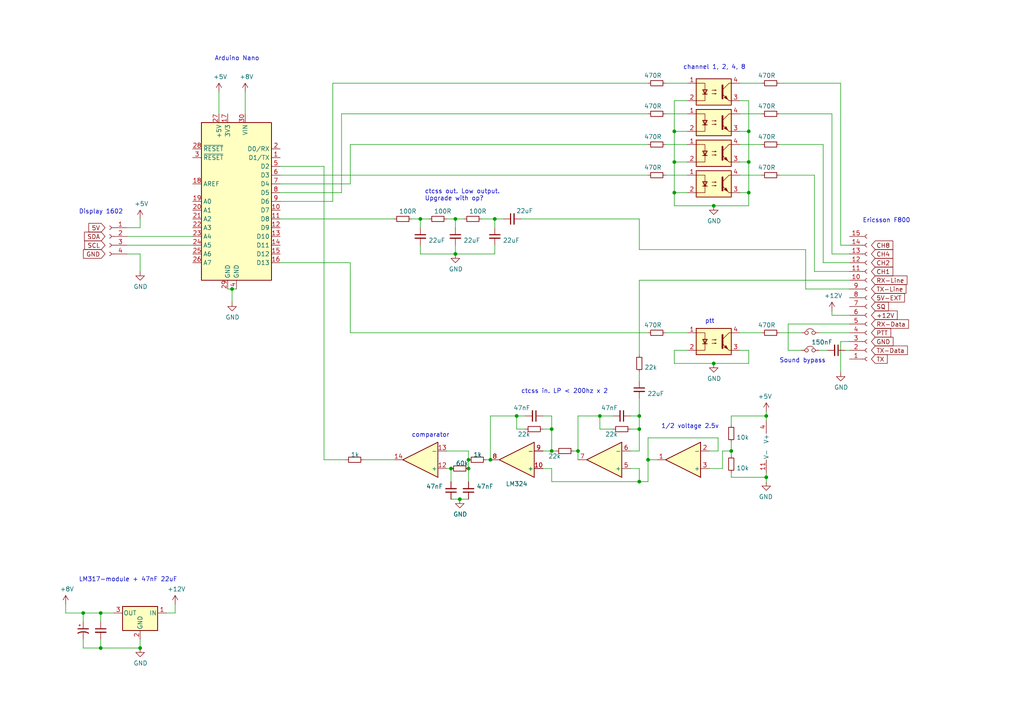
<source format=kicad_sch>
(kicad_sch (version 20211123) (generator eeschema)

  (uuid 0351df45-d042-41d4-ba35-88092c7be2fc)

  (paper "A4")

  (title_block
    (title "ctcss and scanning for Ericsson F800 ")
    (date "2022-02-05")
    (rev "Beta 1")
    (company "SA6HBR")
  )

  (lib_symbols
    (symbol "Amplifier_Operational:LM324" (pin_names (offset 0.127)) (in_bom yes) (on_board yes)
      (property "Reference" "U" (id 0) (at 0 5.08 0)
        (effects (font (size 1.27 1.27)) (justify left))
      )
      (property "Value" "LM324" (id 1) (at 0 -5.08 0)
        (effects (font (size 1.27 1.27)) (justify left))
      )
      (property "Footprint" "" (id 2) (at -1.27 2.54 0)
        (effects (font (size 1.27 1.27)) hide)
      )
      (property "Datasheet" "http://www.ti.com/lit/ds/symlink/lm2902-n.pdf" (id 3) (at 1.27 5.08 0)
        (effects (font (size 1.27 1.27)) hide)
      )
      (property "ki_locked" "" (id 4) (at 0 0 0)
        (effects (font (size 1.27 1.27)))
      )
      (property "ki_keywords" "quad opamp" (id 5) (at 0 0 0)
        (effects (font (size 1.27 1.27)) hide)
      )
      (property "ki_description" "Low-Power, Quad-Operational Amplifiers, DIP-14/SOIC-14/SSOP-14" (id 6) (at 0 0 0)
        (effects (font (size 1.27 1.27)) hide)
      )
      (property "ki_fp_filters" "SOIC*3.9x8.7mm*P1.27mm* DIP*W7.62mm* TSSOP*4.4x5mm*P0.65mm* SSOP*5.3x6.2mm*P0.65mm* MSOP*3x3mm*P0.5mm*" (id 7) (at 0 0 0)
        (effects (font (size 1.27 1.27)) hide)
      )
      (symbol "LM324_1_1"
        (polyline
          (pts
            (xy -5.08 5.08)
            (xy 5.08 0)
            (xy -5.08 -5.08)
            (xy -5.08 5.08)
          )
          (stroke (width 0.254) (type default) (color 0 0 0 0))
          (fill (type background))
        )
        (pin output line (at 7.62 0 180) (length 2.54)
          (name "~" (effects (font (size 1.27 1.27))))
          (number "1" (effects (font (size 1.27 1.27))))
        )
        (pin input line (at -7.62 -2.54 0) (length 2.54)
          (name "-" (effects (font (size 1.27 1.27))))
          (number "2" (effects (font (size 1.27 1.27))))
        )
        (pin input line (at -7.62 2.54 0) (length 2.54)
          (name "+" (effects (font (size 1.27 1.27))))
          (number "3" (effects (font (size 1.27 1.27))))
        )
      )
      (symbol "LM324_2_1"
        (polyline
          (pts
            (xy -5.08 5.08)
            (xy 5.08 0)
            (xy -5.08 -5.08)
            (xy -5.08 5.08)
          )
          (stroke (width 0.254) (type default) (color 0 0 0 0))
          (fill (type background))
        )
        (pin input line (at -7.62 2.54 0) (length 2.54)
          (name "+" (effects (font (size 1.27 1.27))))
          (number "5" (effects (font (size 1.27 1.27))))
        )
        (pin input line (at -7.62 -2.54 0) (length 2.54)
          (name "-" (effects (font (size 1.27 1.27))))
          (number "6" (effects (font (size 1.27 1.27))))
        )
        (pin output line (at 7.62 0 180) (length 2.54)
          (name "~" (effects (font (size 1.27 1.27))))
          (number "7" (effects (font (size 1.27 1.27))))
        )
      )
      (symbol "LM324_3_1"
        (polyline
          (pts
            (xy -5.08 5.08)
            (xy 5.08 0)
            (xy -5.08 -5.08)
            (xy -5.08 5.08)
          )
          (stroke (width 0.254) (type default) (color 0 0 0 0))
          (fill (type background))
        )
        (pin input line (at -7.62 2.54 0) (length 2.54)
          (name "+" (effects (font (size 1.27 1.27))))
          (number "10" (effects (font (size 1.27 1.27))))
        )
        (pin output line (at 7.62 0 180) (length 2.54)
          (name "~" (effects (font (size 1.27 1.27))))
          (number "8" (effects (font (size 1.27 1.27))))
        )
        (pin input line (at -7.62 -2.54 0) (length 2.54)
          (name "-" (effects (font (size 1.27 1.27))))
          (number "9" (effects (font (size 1.27 1.27))))
        )
      )
      (symbol "LM324_4_1"
        (polyline
          (pts
            (xy -5.08 5.08)
            (xy 5.08 0)
            (xy -5.08 -5.08)
            (xy -5.08 5.08)
          )
          (stroke (width 0.254) (type default) (color 0 0 0 0))
          (fill (type background))
        )
        (pin input line (at -7.62 2.54 0) (length 2.54)
          (name "+" (effects (font (size 1.27 1.27))))
          (number "12" (effects (font (size 1.27 1.27))))
        )
        (pin input line (at -7.62 -2.54 0) (length 2.54)
          (name "-" (effects (font (size 1.27 1.27))))
          (number "13" (effects (font (size 1.27 1.27))))
        )
        (pin output line (at 7.62 0 180) (length 2.54)
          (name "~" (effects (font (size 1.27 1.27))))
          (number "14" (effects (font (size 1.27 1.27))))
        )
      )
      (symbol "LM324_5_1"
        (pin power_in line (at -2.54 -7.62 90) (length 3.81)
          (name "V-" (effects (font (size 1.27 1.27))))
          (number "11" (effects (font (size 1.27 1.27))))
        )
        (pin power_in line (at -2.54 7.62 270) (length 3.81)
          (name "V+" (effects (font (size 1.27 1.27))))
          (number "4" (effects (font (size 1.27 1.27))))
        )
      )
    )
    (symbol "Connector:Conn_01x04_Female" (pin_names (offset 1.016) hide) (in_bom yes) (on_board yes)
      (property "Reference" "J" (id 0) (at 0 5.08 0)
        (effects (font (size 1.27 1.27)))
      )
      (property "Value" "Conn_01x04_Female" (id 1) (at 0 -7.62 0)
        (effects (font (size 1.27 1.27)))
      )
      (property "Footprint" "" (id 2) (at 0 0 0)
        (effects (font (size 1.27 1.27)) hide)
      )
      (property "Datasheet" "~" (id 3) (at 0 0 0)
        (effects (font (size 1.27 1.27)) hide)
      )
      (property "ki_keywords" "connector" (id 4) (at 0 0 0)
        (effects (font (size 1.27 1.27)) hide)
      )
      (property "ki_description" "Generic connector, single row, 01x04, script generated (kicad-library-utils/schlib/autogen/connector/)" (id 5) (at 0 0 0)
        (effects (font (size 1.27 1.27)) hide)
      )
      (property "ki_fp_filters" "Connector*:*_1x??_*" (id 6) (at 0 0 0)
        (effects (font (size 1.27 1.27)) hide)
      )
      (symbol "Conn_01x04_Female_1_1"
        (arc (start 0 -4.572) (mid -0.508 -5.08) (end 0 -5.588)
          (stroke (width 0.1524) (type default) (color 0 0 0 0))
          (fill (type none))
        )
        (arc (start 0 -2.032) (mid -0.508 -2.54) (end 0 -3.048)
          (stroke (width 0.1524) (type default) (color 0 0 0 0))
          (fill (type none))
        )
        (polyline
          (pts
            (xy -1.27 -5.08)
            (xy -0.508 -5.08)
          )
          (stroke (width 0.1524) (type default) (color 0 0 0 0))
          (fill (type none))
        )
        (polyline
          (pts
            (xy -1.27 -2.54)
            (xy -0.508 -2.54)
          )
          (stroke (width 0.1524) (type default) (color 0 0 0 0))
          (fill (type none))
        )
        (polyline
          (pts
            (xy -1.27 0)
            (xy -0.508 0)
          )
          (stroke (width 0.1524) (type default) (color 0 0 0 0))
          (fill (type none))
        )
        (polyline
          (pts
            (xy -1.27 2.54)
            (xy -0.508 2.54)
          )
          (stroke (width 0.1524) (type default) (color 0 0 0 0))
          (fill (type none))
        )
        (arc (start 0 0.508) (mid -0.508 0) (end 0 -0.508)
          (stroke (width 0.1524) (type default) (color 0 0 0 0))
          (fill (type none))
        )
        (arc (start 0 3.048) (mid -0.508 2.54) (end 0 2.032)
          (stroke (width 0.1524) (type default) (color 0 0 0 0))
          (fill (type none))
        )
        (pin passive line (at -5.08 2.54 0) (length 3.81)
          (name "Pin_1" (effects (font (size 1.27 1.27))))
          (number "1" (effects (font (size 1.27 1.27))))
        )
        (pin passive line (at -5.08 0 0) (length 3.81)
          (name "Pin_2" (effects (font (size 1.27 1.27))))
          (number "2" (effects (font (size 1.27 1.27))))
        )
        (pin passive line (at -5.08 -2.54 0) (length 3.81)
          (name "Pin_3" (effects (font (size 1.27 1.27))))
          (number "3" (effects (font (size 1.27 1.27))))
        )
        (pin passive line (at -5.08 -5.08 0) (length 3.81)
          (name "Pin_4" (effects (font (size 1.27 1.27))))
          (number "4" (effects (font (size 1.27 1.27))))
        )
      )
    )
    (symbol "Connector:Conn_01x15_Female" (pin_names (offset 1.016) hide) (in_bom yes) (on_board yes)
      (property "Reference" "J" (id 0) (at 0 20.32 0)
        (effects (font (size 1.27 1.27)))
      )
      (property "Value" "Conn_01x15_Female" (id 1) (at 0 -20.32 0)
        (effects (font (size 1.27 1.27)))
      )
      (property "Footprint" "" (id 2) (at 0 0 0)
        (effects (font (size 1.27 1.27)) hide)
      )
      (property "Datasheet" "~" (id 3) (at 0 0 0)
        (effects (font (size 1.27 1.27)) hide)
      )
      (property "ki_keywords" "connector" (id 4) (at 0 0 0)
        (effects (font (size 1.27 1.27)) hide)
      )
      (property "ki_description" "Generic connector, single row, 01x15, script generated (kicad-library-utils/schlib/autogen/connector/)" (id 5) (at 0 0 0)
        (effects (font (size 1.27 1.27)) hide)
      )
      (property "ki_fp_filters" "Connector*:*_1x??_*" (id 6) (at 0 0 0)
        (effects (font (size 1.27 1.27)) hide)
      )
      (symbol "Conn_01x15_Female_1_1"
        (arc (start 0 -17.272) (mid -0.508 -17.78) (end 0 -18.288)
          (stroke (width 0.1524) (type default) (color 0 0 0 0))
          (fill (type none))
        )
        (arc (start 0 -14.732) (mid -0.508 -15.24) (end 0 -15.748)
          (stroke (width 0.1524) (type default) (color 0 0 0 0))
          (fill (type none))
        )
        (arc (start 0 -12.192) (mid -0.508 -12.7) (end 0 -13.208)
          (stroke (width 0.1524) (type default) (color 0 0 0 0))
          (fill (type none))
        )
        (arc (start 0 -9.652) (mid -0.508 -10.16) (end 0 -10.668)
          (stroke (width 0.1524) (type default) (color 0 0 0 0))
          (fill (type none))
        )
        (arc (start 0 -7.112) (mid -0.508 -7.62) (end 0 -8.128)
          (stroke (width 0.1524) (type default) (color 0 0 0 0))
          (fill (type none))
        )
        (arc (start 0 -4.572) (mid -0.508 -5.08) (end 0 -5.588)
          (stroke (width 0.1524) (type default) (color 0 0 0 0))
          (fill (type none))
        )
        (arc (start 0 -2.032) (mid -0.508 -2.54) (end 0 -3.048)
          (stroke (width 0.1524) (type default) (color 0 0 0 0))
          (fill (type none))
        )
        (polyline
          (pts
            (xy -1.27 -17.78)
            (xy -0.508 -17.78)
          )
          (stroke (width 0.1524) (type default) (color 0 0 0 0))
          (fill (type none))
        )
        (polyline
          (pts
            (xy -1.27 -15.24)
            (xy -0.508 -15.24)
          )
          (stroke (width 0.1524) (type default) (color 0 0 0 0))
          (fill (type none))
        )
        (polyline
          (pts
            (xy -1.27 -12.7)
            (xy -0.508 -12.7)
          )
          (stroke (width 0.1524) (type default) (color 0 0 0 0))
          (fill (type none))
        )
        (polyline
          (pts
            (xy -1.27 -10.16)
            (xy -0.508 -10.16)
          )
          (stroke (width 0.1524) (type default) (color 0 0 0 0))
          (fill (type none))
        )
        (polyline
          (pts
            (xy -1.27 -7.62)
            (xy -0.508 -7.62)
          )
          (stroke (width 0.1524) (type default) (color 0 0 0 0))
          (fill (type none))
        )
        (polyline
          (pts
            (xy -1.27 -5.08)
            (xy -0.508 -5.08)
          )
          (stroke (width 0.1524) (type default) (color 0 0 0 0))
          (fill (type none))
        )
        (polyline
          (pts
            (xy -1.27 -2.54)
            (xy -0.508 -2.54)
          )
          (stroke (width 0.1524) (type default) (color 0 0 0 0))
          (fill (type none))
        )
        (polyline
          (pts
            (xy -1.27 0)
            (xy -0.508 0)
          )
          (stroke (width 0.1524) (type default) (color 0 0 0 0))
          (fill (type none))
        )
        (polyline
          (pts
            (xy -1.27 2.54)
            (xy -0.508 2.54)
          )
          (stroke (width 0.1524) (type default) (color 0 0 0 0))
          (fill (type none))
        )
        (polyline
          (pts
            (xy -1.27 5.08)
            (xy -0.508 5.08)
          )
          (stroke (width 0.1524) (type default) (color 0 0 0 0))
          (fill (type none))
        )
        (polyline
          (pts
            (xy -1.27 7.62)
            (xy -0.508 7.62)
          )
          (stroke (width 0.1524) (type default) (color 0 0 0 0))
          (fill (type none))
        )
        (polyline
          (pts
            (xy -1.27 10.16)
            (xy -0.508 10.16)
          )
          (stroke (width 0.1524) (type default) (color 0 0 0 0))
          (fill (type none))
        )
        (polyline
          (pts
            (xy -1.27 12.7)
            (xy -0.508 12.7)
          )
          (stroke (width 0.1524) (type default) (color 0 0 0 0))
          (fill (type none))
        )
        (polyline
          (pts
            (xy -1.27 15.24)
            (xy -0.508 15.24)
          )
          (stroke (width 0.1524) (type default) (color 0 0 0 0))
          (fill (type none))
        )
        (polyline
          (pts
            (xy -1.27 17.78)
            (xy -0.508 17.78)
          )
          (stroke (width 0.1524) (type default) (color 0 0 0 0))
          (fill (type none))
        )
        (arc (start 0 0.508) (mid -0.508 0) (end 0 -0.508)
          (stroke (width 0.1524) (type default) (color 0 0 0 0))
          (fill (type none))
        )
        (arc (start 0 3.048) (mid -0.508 2.54) (end 0 2.032)
          (stroke (width 0.1524) (type default) (color 0 0 0 0))
          (fill (type none))
        )
        (arc (start 0 5.588) (mid -0.508 5.08) (end 0 4.572)
          (stroke (width 0.1524) (type default) (color 0 0 0 0))
          (fill (type none))
        )
        (arc (start 0 8.128) (mid -0.508 7.62) (end 0 7.112)
          (stroke (width 0.1524) (type default) (color 0 0 0 0))
          (fill (type none))
        )
        (arc (start 0 10.668) (mid -0.508 10.16) (end 0 9.652)
          (stroke (width 0.1524) (type default) (color 0 0 0 0))
          (fill (type none))
        )
        (arc (start 0 13.208) (mid -0.508 12.7) (end 0 12.192)
          (stroke (width 0.1524) (type default) (color 0 0 0 0))
          (fill (type none))
        )
        (arc (start 0 15.748) (mid -0.508 15.24) (end 0 14.732)
          (stroke (width 0.1524) (type default) (color 0 0 0 0))
          (fill (type none))
        )
        (arc (start 0 18.288) (mid -0.508 17.78) (end 0 17.272)
          (stroke (width 0.1524) (type default) (color 0 0 0 0))
          (fill (type none))
        )
        (pin passive line (at -5.08 17.78 0) (length 3.81)
          (name "Pin_1" (effects (font (size 1.27 1.27))))
          (number "1" (effects (font (size 1.27 1.27))))
        )
        (pin passive line (at -5.08 -5.08 0) (length 3.81)
          (name "Pin_10" (effects (font (size 1.27 1.27))))
          (number "10" (effects (font (size 1.27 1.27))))
        )
        (pin passive line (at -5.08 -7.62 0) (length 3.81)
          (name "Pin_11" (effects (font (size 1.27 1.27))))
          (number "11" (effects (font (size 1.27 1.27))))
        )
        (pin passive line (at -5.08 -10.16 0) (length 3.81)
          (name "Pin_12" (effects (font (size 1.27 1.27))))
          (number "12" (effects (font (size 1.27 1.27))))
        )
        (pin passive line (at -5.08 -12.7 0) (length 3.81)
          (name "Pin_13" (effects (font (size 1.27 1.27))))
          (number "13" (effects (font (size 1.27 1.27))))
        )
        (pin passive line (at -5.08 -15.24 0) (length 3.81)
          (name "Pin_14" (effects (font (size 1.27 1.27))))
          (number "14" (effects (font (size 1.27 1.27))))
        )
        (pin passive line (at -5.08 -17.78 0) (length 3.81)
          (name "Pin_15" (effects (font (size 1.27 1.27))))
          (number "15" (effects (font (size 1.27 1.27))))
        )
        (pin passive line (at -5.08 15.24 0) (length 3.81)
          (name "Pin_2" (effects (font (size 1.27 1.27))))
          (number "2" (effects (font (size 1.27 1.27))))
        )
        (pin passive line (at -5.08 12.7 0) (length 3.81)
          (name "Pin_3" (effects (font (size 1.27 1.27))))
          (number "3" (effects (font (size 1.27 1.27))))
        )
        (pin passive line (at -5.08 10.16 0) (length 3.81)
          (name "Pin_4" (effects (font (size 1.27 1.27))))
          (number "4" (effects (font (size 1.27 1.27))))
        )
        (pin passive line (at -5.08 7.62 0) (length 3.81)
          (name "Pin_5" (effects (font (size 1.27 1.27))))
          (number "5" (effects (font (size 1.27 1.27))))
        )
        (pin passive line (at -5.08 5.08 0) (length 3.81)
          (name "Pin_6" (effects (font (size 1.27 1.27))))
          (number "6" (effects (font (size 1.27 1.27))))
        )
        (pin passive line (at -5.08 2.54 0) (length 3.81)
          (name "Pin_7" (effects (font (size 1.27 1.27))))
          (number "7" (effects (font (size 1.27 1.27))))
        )
        (pin passive line (at -5.08 0 0) (length 3.81)
          (name "Pin_8" (effects (font (size 1.27 1.27))))
          (number "8" (effects (font (size 1.27 1.27))))
        )
        (pin passive line (at -5.08 -2.54 0) (length 3.81)
          (name "Pin_9" (effects (font (size 1.27 1.27))))
          (number "9" (effects (font (size 1.27 1.27))))
        )
      )
    )
    (symbol "Device:CP1_Small" (pin_numbers hide) (pin_names (offset 0.254) hide) (in_bom yes) (on_board yes)
      (property "Reference" "C" (id 0) (at 0.254 1.778 0)
        (effects (font (size 1.27 1.27)) (justify left))
      )
      (property "Value" "Device_CP1_Small" (id 1) (at 0.254 -2.032 0)
        (effects (font (size 1.27 1.27)) (justify left))
      )
      (property "Footprint" "" (id 2) (at 0 0 0)
        (effects (font (size 1.27 1.27)) hide)
      )
      (property "Datasheet" "" (id 3) (at 0 0 0)
        (effects (font (size 1.27 1.27)) hide)
      )
      (property "ki_fp_filters" "CP_*" (id 4) (at 0 0 0)
        (effects (font (size 1.27 1.27)) hide)
      )
      (symbol "CP1_Small_0_1"
        (polyline
          (pts
            (xy -1.524 0.508)
            (xy 1.524 0.508)
          )
          (stroke (width 0.3048) (type default) (color 0 0 0 0))
          (fill (type none))
        )
        (polyline
          (pts
            (xy -1.27 1.524)
            (xy -0.762 1.524)
          )
          (stroke (width 0) (type default) (color 0 0 0 0))
          (fill (type none))
        )
        (polyline
          (pts
            (xy -1.016 1.27)
            (xy -1.016 1.778)
          )
          (stroke (width 0) (type default) (color 0 0 0 0))
          (fill (type none))
        )
        (arc (start 1.524 -0.762) (mid 0 -0.3734) (end -1.524 -0.762)
          (stroke (width 0.3048) (type default) (color 0 0 0 0))
          (fill (type none))
        )
      )
      (symbol "CP1_Small_1_1"
        (pin passive line (at 0 2.54 270) (length 2.032)
          (name "~" (effects (font (size 1.27 1.27))))
          (number "1" (effects (font (size 1.27 1.27))))
        )
        (pin passive line (at 0 -2.54 90) (length 2.032)
          (name "~" (effects (font (size 1.27 1.27))))
          (number "2" (effects (font (size 1.27 1.27))))
        )
      )
    )
    (symbol "Device:C_Small" (pin_numbers hide) (pin_names (offset 0.254) hide) (in_bom yes) (on_board yes)
      (property "Reference" "C" (id 0) (at 0.254 1.778 0)
        (effects (font (size 1.27 1.27)) (justify left))
      )
      (property "Value" "C_Small" (id 1) (at 0.254 -2.032 0)
        (effects (font (size 1.27 1.27)) (justify left))
      )
      (property "Footprint" "" (id 2) (at 0 0 0)
        (effects (font (size 1.27 1.27)) hide)
      )
      (property "Datasheet" "~" (id 3) (at 0 0 0)
        (effects (font (size 1.27 1.27)) hide)
      )
      (property "ki_keywords" "capacitor cap" (id 4) (at 0 0 0)
        (effects (font (size 1.27 1.27)) hide)
      )
      (property "ki_description" "Unpolarized capacitor, small symbol" (id 5) (at 0 0 0)
        (effects (font (size 1.27 1.27)) hide)
      )
      (property "ki_fp_filters" "C_*" (id 6) (at 0 0 0)
        (effects (font (size 1.27 1.27)) hide)
      )
      (symbol "C_Small_0_1"
        (polyline
          (pts
            (xy -1.524 -0.508)
            (xy 1.524 -0.508)
          )
          (stroke (width 0.3302) (type default) (color 0 0 0 0))
          (fill (type none))
        )
        (polyline
          (pts
            (xy -1.524 0.508)
            (xy 1.524 0.508)
          )
          (stroke (width 0.3048) (type default) (color 0 0 0 0))
          (fill (type none))
        )
      )
      (symbol "C_Small_1_1"
        (pin passive line (at 0 2.54 270) (length 2.032)
          (name "~" (effects (font (size 1.27 1.27))))
          (number "1" (effects (font (size 1.27 1.27))))
        )
        (pin passive line (at 0 -2.54 90) (length 2.032)
          (name "~" (effects (font (size 1.27 1.27))))
          (number "2" (effects (font (size 1.27 1.27))))
        )
      )
    )
    (symbol "Device:Jumper_NC_Small" (pin_numbers hide) (pin_names (offset 0.762) hide) (in_bom yes) (on_board yes)
      (property "Reference" "JP" (id 0) (at 0 2.032 0)
        (effects (font (size 1.27 1.27)))
      )
      (property "Value" "Device_Jumper_NC_Small" (id 1) (at 0.254 -1.524 0)
        (effects (font (size 1.27 1.27)))
      )
      (property "Footprint" "" (id 2) (at 0 0 0)
        (effects (font (size 1.27 1.27)) hide)
      )
      (property "Datasheet" "" (id 3) (at 0 0 0)
        (effects (font (size 1.27 1.27)) hide)
      )
      (property "ki_fp_filters" "SolderJumper*Bridged* Jumper* TestPoint*2Pads* TestPoint*Bridge*" (id 4) (at 0 0 0)
        (effects (font (size 1.27 1.27)) hide)
      )
      (symbol "Jumper_NC_Small_0_1"
        (circle (center -1.016 0) (radius 0.508)
          (stroke (width 0) (type default) (color 0 0 0 0))
          (fill (type none))
        )
        (circle (center 1.016 0) (radius 0.508)
          (stroke (width 0) (type default) (color 0 0 0 0))
          (fill (type none))
        )
        (arc (start 1.016 0.762) (mid 0 1.1828) (end -1.016 0.762)
          (stroke (width 0) (type default) (color 0 0 0 0))
          (fill (type none))
        )
        (pin passive line (at -2.54 0 0) (length 1.016)
          (name "1" (effects (font (size 1.27 1.27))))
          (number "1" (effects (font (size 1.27 1.27))))
        )
        (pin passive line (at 2.54 0 180) (length 1.016)
          (name "2" (effects (font (size 1.27 1.27))))
          (number "2" (effects (font (size 1.27 1.27))))
        )
      )
    )
    (symbol "Device:R_Small" (pin_numbers hide) (pin_names (offset 0.254) hide) (in_bom yes) (on_board yes)
      (property "Reference" "R" (id 0) (at 0.762 0.508 0)
        (effects (font (size 1.27 1.27)) (justify left))
      )
      (property "Value" "R_Small" (id 1) (at 0.762 -1.016 0)
        (effects (font (size 1.27 1.27)) (justify left))
      )
      (property "Footprint" "" (id 2) (at 0 0 0)
        (effects (font (size 1.27 1.27)) hide)
      )
      (property "Datasheet" "~" (id 3) (at 0 0 0)
        (effects (font (size 1.27 1.27)) hide)
      )
      (property "ki_keywords" "R resistor" (id 4) (at 0 0 0)
        (effects (font (size 1.27 1.27)) hide)
      )
      (property "ki_description" "Resistor, small symbol" (id 5) (at 0 0 0)
        (effects (font (size 1.27 1.27)) hide)
      )
      (property "ki_fp_filters" "R_*" (id 6) (at 0 0 0)
        (effects (font (size 1.27 1.27)) hide)
      )
      (symbol "R_Small_0_1"
        (rectangle (start -0.762 1.778) (end 0.762 -1.778)
          (stroke (width 0.2032) (type default) (color 0 0 0 0))
          (fill (type none))
        )
      )
      (symbol "R_Small_1_1"
        (pin passive line (at 0 2.54 270) (length 0.762)
          (name "~" (effects (font (size 1.27 1.27))))
          (number "1" (effects (font (size 1.27 1.27))))
        )
        (pin passive line (at 0 -2.54 90) (length 0.762)
          (name "~" (effects (font (size 1.27 1.27))))
          (number "2" (effects (font (size 1.27 1.27))))
        )
      )
    )
    (symbol "Isolator:PC817" (pin_names (offset 1.016)) (in_bom yes) (on_board yes)
      (property "Reference" "U" (id 0) (at -5.08 5.08 0)
        (effects (font (size 1.27 1.27)) (justify left))
      )
      (property "Value" "PC817" (id 1) (at 0 5.08 0)
        (effects (font (size 1.27 1.27)) (justify left))
      )
      (property "Footprint" "Package_DIP:DIP-4_W7.62mm" (id 2) (at -5.08 -5.08 0)
        (effects (font (size 1.27 1.27) italic) (justify left) hide)
      )
      (property "Datasheet" "http://www.soselectronic.cz/a_info/resource/d/pc817.pdf" (id 3) (at 0 0 0)
        (effects (font (size 1.27 1.27)) (justify left) hide)
      )
      (property "ki_keywords" "NPN DC Optocoupler" (id 4) (at 0 0 0)
        (effects (font (size 1.27 1.27)) hide)
      )
      (property "ki_description" "DC Optocoupler, Vce 35V, CTR 50-300%, DIP-4" (id 5) (at 0 0 0)
        (effects (font (size 1.27 1.27)) hide)
      )
      (property "ki_fp_filters" "DIP*W7.62mm*" (id 6) (at 0 0 0)
        (effects (font (size 1.27 1.27)) hide)
      )
      (symbol "PC817_0_1"
        (rectangle (start -5.08 3.81) (end 5.08 -3.81)
          (stroke (width 0.254) (type default) (color 0 0 0 0))
          (fill (type background))
        )
        (polyline
          (pts
            (xy -3.175 -0.635)
            (xy -1.905 -0.635)
          )
          (stroke (width 0.254) (type default) (color 0 0 0 0))
          (fill (type none))
        )
        (polyline
          (pts
            (xy 2.54 0.635)
            (xy 4.445 2.54)
          )
          (stroke (width 0) (type default) (color 0 0 0 0))
          (fill (type none))
        )
        (polyline
          (pts
            (xy 4.445 -2.54)
            (xy 2.54 -0.635)
          )
          (stroke (width 0) (type default) (color 0 0 0 0))
          (fill (type outline))
        )
        (polyline
          (pts
            (xy 4.445 -2.54)
            (xy 5.08 -2.54)
          )
          (stroke (width 0) (type default) (color 0 0 0 0))
          (fill (type none))
        )
        (polyline
          (pts
            (xy 4.445 2.54)
            (xy 5.08 2.54)
          )
          (stroke (width 0) (type default) (color 0 0 0 0))
          (fill (type none))
        )
        (polyline
          (pts
            (xy -5.08 2.54)
            (xy -2.54 2.54)
            (xy -2.54 -0.635)
          )
          (stroke (width 0) (type default) (color 0 0 0 0))
          (fill (type none))
        )
        (polyline
          (pts
            (xy -2.54 -0.635)
            (xy -2.54 -2.54)
            (xy -5.08 -2.54)
          )
          (stroke (width 0) (type default) (color 0 0 0 0))
          (fill (type none))
        )
        (polyline
          (pts
            (xy 2.54 1.905)
            (xy 2.54 -1.905)
            (xy 2.54 -1.905)
          )
          (stroke (width 0.508) (type default) (color 0 0 0 0))
          (fill (type none))
        )
        (polyline
          (pts
            (xy -2.54 -0.635)
            (xy -3.175 0.635)
            (xy -1.905 0.635)
            (xy -2.54 -0.635)
          )
          (stroke (width 0.254) (type default) (color 0 0 0 0))
          (fill (type none))
        )
        (polyline
          (pts
            (xy -0.508 -0.508)
            (xy 0.762 -0.508)
            (xy 0.381 -0.635)
            (xy 0.381 -0.381)
            (xy 0.762 -0.508)
          )
          (stroke (width 0) (type default) (color 0 0 0 0))
          (fill (type none))
        )
        (polyline
          (pts
            (xy -0.508 0.508)
            (xy 0.762 0.508)
            (xy 0.381 0.381)
            (xy 0.381 0.635)
            (xy 0.762 0.508)
          )
          (stroke (width 0) (type default) (color 0 0 0 0))
          (fill (type none))
        )
        (polyline
          (pts
            (xy 3.048 -1.651)
            (xy 3.556 -1.143)
            (xy 4.064 -2.159)
            (xy 3.048 -1.651)
            (xy 3.048 -1.651)
          )
          (stroke (width 0) (type default) (color 0 0 0 0))
          (fill (type outline))
        )
      )
      (symbol "PC817_1_1"
        (pin passive line (at -7.62 2.54 0) (length 2.54)
          (name "~" (effects (font (size 1.27 1.27))))
          (number "1" (effects (font (size 1.27 1.27))))
        )
        (pin passive line (at -7.62 -2.54 0) (length 2.54)
          (name "~" (effects (font (size 1.27 1.27))))
          (number "2" (effects (font (size 1.27 1.27))))
        )
        (pin passive line (at 7.62 -2.54 180) (length 2.54)
          (name "~" (effects (font (size 1.27 1.27))))
          (number "3" (effects (font (size 1.27 1.27))))
        )
        (pin passive line (at 7.62 2.54 180) (length 2.54)
          (name "~" (effects (font (size 1.27 1.27))))
          (number "4" (effects (font (size 1.27 1.27))))
        )
      )
    )
    (symbol "MCU_Module:Arduino_Nano_v2.x" (in_bom yes) (on_board yes)
      (property "Reference" "A" (id 0) (at -10.16 23.495 0)
        (effects (font (size 1.27 1.27)) (justify left bottom))
      )
      (property "Value" "Arduino_Nano_v2.x" (id 1) (at 5.08 -24.13 0)
        (effects (font (size 1.27 1.27)) (justify left top))
      )
      (property "Footprint" "Module:Arduino_Nano" (id 2) (at 0 0 0)
        (effects (font (size 1.27 1.27) italic) hide)
      )
      (property "Datasheet" "https://www.arduino.cc/en/uploads/Main/ArduinoNanoManual23.pdf" (id 3) (at 0 0 0)
        (effects (font (size 1.27 1.27)) hide)
      )
      (property "ki_keywords" "Arduino nano microcontroller module USB" (id 4) (at 0 0 0)
        (effects (font (size 1.27 1.27)) hide)
      )
      (property "ki_description" "Arduino Nano v2.x" (id 5) (at 0 0 0)
        (effects (font (size 1.27 1.27)) hide)
      )
      (property "ki_fp_filters" "Arduino*Nano*" (id 6) (at 0 0 0)
        (effects (font (size 1.27 1.27)) hide)
      )
      (symbol "Arduino_Nano_v2.x_0_1"
        (rectangle (start -10.16 22.86) (end 10.16 -22.86)
          (stroke (width 0.254) (type default) (color 0 0 0 0))
          (fill (type background))
        )
      )
      (symbol "Arduino_Nano_v2.x_1_1"
        (pin bidirectional line (at -12.7 12.7 0) (length 2.54)
          (name "D1/TX" (effects (font (size 1.27 1.27))))
          (number "1" (effects (font (size 1.27 1.27))))
        )
        (pin bidirectional line (at -12.7 -2.54 0) (length 2.54)
          (name "D7" (effects (font (size 1.27 1.27))))
          (number "10" (effects (font (size 1.27 1.27))))
        )
        (pin bidirectional line (at -12.7 -5.08 0) (length 2.54)
          (name "D8" (effects (font (size 1.27 1.27))))
          (number "11" (effects (font (size 1.27 1.27))))
        )
        (pin bidirectional line (at -12.7 -7.62 0) (length 2.54)
          (name "D9" (effects (font (size 1.27 1.27))))
          (number "12" (effects (font (size 1.27 1.27))))
        )
        (pin bidirectional line (at -12.7 -10.16 0) (length 2.54)
          (name "D10" (effects (font (size 1.27 1.27))))
          (number "13" (effects (font (size 1.27 1.27))))
        )
        (pin bidirectional line (at -12.7 -12.7 0) (length 2.54)
          (name "D11" (effects (font (size 1.27 1.27))))
          (number "14" (effects (font (size 1.27 1.27))))
        )
        (pin bidirectional line (at -12.7 -15.24 0) (length 2.54)
          (name "D12" (effects (font (size 1.27 1.27))))
          (number "15" (effects (font (size 1.27 1.27))))
        )
        (pin bidirectional line (at -12.7 -17.78 0) (length 2.54)
          (name "D13" (effects (font (size 1.27 1.27))))
          (number "16" (effects (font (size 1.27 1.27))))
        )
        (pin power_out line (at 2.54 25.4 270) (length 2.54)
          (name "3V3" (effects (font (size 1.27 1.27))))
          (number "17" (effects (font (size 1.27 1.27))))
        )
        (pin input line (at 12.7 5.08 180) (length 2.54)
          (name "AREF" (effects (font (size 1.27 1.27))))
          (number "18" (effects (font (size 1.27 1.27))))
        )
        (pin bidirectional line (at 12.7 0 180) (length 2.54)
          (name "A0" (effects (font (size 1.27 1.27))))
          (number "19" (effects (font (size 1.27 1.27))))
        )
        (pin bidirectional line (at -12.7 15.24 0) (length 2.54)
          (name "D0/RX" (effects (font (size 1.27 1.27))))
          (number "2" (effects (font (size 1.27 1.27))))
        )
        (pin bidirectional line (at 12.7 -2.54 180) (length 2.54)
          (name "A1" (effects (font (size 1.27 1.27))))
          (number "20" (effects (font (size 1.27 1.27))))
        )
        (pin bidirectional line (at 12.7 -5.08 180) (length 2.54)
          (name "A2" (effects (font (size 1.27 1.27))))
          (number "21" (effects (font (size 1.27 1.27))))
        )
        (pin bidirectional line (at 12.7 -7.62 180) (length 2.54)
          (name "A3" (effects (font (size 1.27 1.27))))
          (number "22" (effects (font (size 1.27 1.27))))
        )
        (pin bidirectional line (at 12.7 -10.16 180) (length 2.54)
          (name "A4" (effects (font (size 1.27 1.27))))
          (number "23" (effects (font (size 1.27 1.27))))
        )
        (pin bidirectional line (at 12.7 -12.7 180) (length 2.54)
          (name "A5" (effects (font (size 1.27 1.27))))
          (number "24" (effects (font (size 1.27 1.27))))
        )
        (pin bidirectional line (at 12.7 -15.24 180) (length 2.54)
          (name "A6" (effects (font (size 1.27 1.27))))
          (number "25" (effects (font (size 1.27 1.27))))
        )
        (pin bidirectional line (at 12.7 -17.78 180) (length 2.54)
          (name "A7" (effects (font (size 1.27 1.27))))
          (number "26" (effects (font (size 1.27 1.27))))
        )
        (pin power_out line (at 5.08 25.4 270) (length 2.54)
          (name "+5V" (effects (font (size 1.27 1.27))))
          (number "27" (effects (font (size 1.27 1.27))))
        )
        (pin input line (at 12.7 15.24 180) (length 2.54)
          (name "~{RESET}" (effects (font (size 1.27 1.27))))
          (number "28" (effects (font (size 1.27 1.27))))
        )
        (pin power_in line (at 2.54 -25.4 90) (length 2.54)
          (name "GND" (effects (font (size 1.27 1.27))))
          (number "29" (effects (font (size 1.27 1.27))))
        )
        (pin input line (at 12.7 12.7 180) (length 2.54)
          (name "~{RESET}" (effects (font (size 1.27 1.27))))
          (number "3" (effects (font (size 1.27 1.27))))
        )
        (pin power_in line (at -2.54 25.4 270) (length 2.54)
          (name "VIN" (effects (font (size 1.27 1.27))))
          (number "30" (effects (font (size 1.27 1.27))))
        )
        (pin power_in line (at 0 -25.4 90) (length 2.54)
          (name "GND" (effects (font (size 1.27 1.27))))
          (number "4" (effects (font (size 1.27 1.27))))
        )
        (pin bidirectional line (at -12.7 10.16 0) (length 2.54)
          (name "D2" (effects (font (size 1.27 1.27))))
          (number "5" (effects (font (size 1.27 1.27))))
        )
        (pin bidirectional line (at -12.7 7.62 0) (length 2.54)
          (name "D3" (effects (font (size 1.27 1.27))))
          (number "6" (effects (font (size 1.27 1.27))))
        )
        (pin bidirectional line (at -12.7 5.08 0) (length 2.54)
          (name "D4" (effects (font (size 1.27 1.27))))
          (number "7" (effects (font (size 1.27 1.27))))
        )
        (pin bidirectional line (at -12.7 2.54 0) (length 2.54)
          (name "D5" (effects (font (size 1.27 1.27))))
          (number "8" (effects (font (size 1.27 1.27))))
        )
        (pin bidirectional line (at -12.7 0 0) (length 2.54)
          (name "D6" (effects (font (size 1.27 1.27))))
          (number "9" (effects (font (size 1.27 1.27))))
        )
      )
    )
    (symbol "Regulator_Linear:L7808" (pin_names (offset 0.254)) (in_bom yes) (on_board yes)
      (property "Reference" "U" (id 0) (at -3.81 3.175 0)
        (effects (font (size 1.27 1.27)))
      )
      (property "Value" "L7808" (id 1) (at 0 3.175 0)
        (effects (font (size 1.27 1.27)) (justify left))
      )
      (property "Footprint" "" (id 2) (at 0.635 -3.81 0)
        (effects (font (size 1.27 1.27) italic) (justify left) hide)
      )
      (property "Datasheet" "http://www.st.com/content/ccc/resource/technical/document/datasheet/41/4f/b3/b0/12/d4/47/88/CD00000444.pdf/files/CD00000444.pdf/jcr:content/translations/en.CD00000444.pdf" (id 3) (at 0 -1.27 0)
        (effects (font (size 1.27 1.27)) hide)
      )
      (property "ki_keywords" "Voltage Regulator 1.5A Positive" (id 4) (at 0 0 0)
        (effects (font (size 1.27 1.27)) hide)
      )
      (property "ki_description" "Positive 1.5A 35V Linear Regulator, Fixed Output 8V, TO-220/TO-263/TO-252" (id 5) (at 0 0 0)
        (effects (font (size 1.27 1.27)) hide)
      )
      (property "ki_fp_filters" "TO?252* TO?263* TO?220*" (id 6) (at 0 0 0)
        (effects (font (size 1.27 1.27)) hide)
      )
      (symbol "L7808_0_1"
        (rectangle (start -5.08 1.905) (end 5.08 -5.08)
          (stroke (width 0.254) (type default) (color 0 0 0 0))
          (fill (type background))
        )
      )
      (symbol "L7808_1_1"
        (pin power_in line (at -7.62 0 0) (length 2.54)
          (name "IN" (effects (font (size 1.27 1.27))))
          (number "1" (effects (font (size 1.27 1.27))))
        )
        (pin power_in line (at 0 -7.62 90) (length 2.54)
          (name "GND" (effects (font (size 1.27 1.27))))
          (number "2" (effects (font (size 1.27 1.27))))
        )
        (pin power_out line (at 7.62 0 180) (length 2.54)
          (name "OUT" (effects (font (size 1.27 1.27))))
          (number "3" (effects (font (size 1.27 1.27))))
        )
      )
    )
    (symbol "power:+12V" (power) (pin_names (offset 0)) (in_bom yes) (on_board yes)
      (property "Reference" "#PWR" (id 0) (at 0 -3.81 0)
        (effects (font (size 1.27 1.27)) hide)
      )
      (property "Value" "+12V" (id 1) (at 0 3.556 0)
        (effects (font (size 1.27 1.27)))
      )
      (property "Footprint" "" (id 2) (at 0 0 0)
        (effects (font (size 1.27 1.27)) hide)
      )
      (property "Datasheet" "" (id 3) (at 0 0 0)
        (effects (font (size 1.27 1.27)) hide)
      )
      (property "ki_keywords" "power-flag" (id 4) (at 0 0 0)
        (effects (font (size 1.27 1.27)) hide)
      )
      (property "ki_description" "Power symbol creates a global label with name \"+12V\"" (id 5) (at 0 0 0)
        (effects (font (size 1.27 1.27)) hide)
      )
      (symbol "+12V_0_1"
        (polyline
          (pts
            (xy -0.762 1.27)
            (xy 0 2.54)
          )
          (stroke (width 0) (type default) (color 0 0 0 0))
          (fill (type none))
        )
        (polyline
          (pts
            (xy 0 0)
            (xy 0 2.54)
          )
          (stroke (width 0) (type default) (color 0 0 0 0))
          (fill (type none))
        )
        (polyline
          (pts
            (xy 0 2.54)
            (xy 0.762 1.27)
          )
          (stroke (width 0) (type default) (color 0 0 0 0))
          (fill (type none))
        )
      )
      (symbol "+12V_1_1"
        (pin power_in line (at 0 0 90) (length 0) hide
          (name "+12V" (effects (font (size 1.27 1.27))))
          (number "1" (effects (font (size 1.27 1.27))))
        )
      )
    )
    (symbol "power:+5V" (power) (pin_names (offset 0)) (in_bom yes) (on_board yes)
      (property "Reference" "#PWR" (id 0) (at 0 -3.81 0)
        (effects (font (size 1.27 1.27)) hide)
      )
      (property "Value" "+5V" (id 1) (at 0 3.556 0)
        (effects (font (size 1.27 1.27)))
      )
      (property "Footprint" "" (id 2) (at 0 0 0)
        (effects (font (size 1.27 1.27)) hide)
      )
      (property "Datasheet" "" (id 3) (at 0 0 0)
        (effects (font (size 1.27 1.27)) hide)
      )
      (property "ki_keywords" "power-flag" (id 4) (at 0 0 0)
        (effects (font (size 1.27 1.27)) hide)
      )
      (property "ki_description" "Power symbol creates a global label with name \"+5V\"" (id 5) (at 0 0 0)
        (effects (font (size 1.27 1.27)) hide)
      )
      (symbol "+5V_0_1"
        (polyline
          (pts
            (xy -0.762 1.27)
            (xy 0 2.54)
          )
          (stroke (width 0) (type default) (color 0 0 0 0))
          (fill (type none))
        )
        (polyline
          (pts
            (xy 0 0)
            (xy 0 2.54)
          )
          (stroke (width 0) (type default) (color 0 0 0 0))
          (fill (type none))
        )
        (polyline
          (pts
            (xy 0 2.54)
            (xy 0.762 1.27)
          )
          (stroke (width 0) (type default) (color 0 0 0 0))
          (fill (type none))
        )
      )
      (symbol "+5V_1_1"
        (pin power_in line (at 0 0 90) (length 0) hide
          (name "+5V" (effects (font (size 1.27 1.27))))
          (number "1" (effects (font (size 1.27 1.27))))
        )
      )
    )
    (symbol "power:+8V" (power) (pin_names (offset 0)) (in_bom yes) (on_board yes)
      (property "Reference" "#PWR" (id 0) (at 0 -3.81 0)
        (effects (font (size 1.27 1.27)) hide)
      )
      (property "Value" "+8V" (id 1) (at 0 3.556 0)
        (effects (font (size 1.27 1.27)))
      )
      (property "Footprint" "" (id 2) (at 0 0 0)
        (effects (font (size 1.27 1.27)) hide)
      )
      (property "Datasheet" "" (id 3) (at 0 0 0)
        (effects (font (size 1.27 1.27)) hide)
      )
      (property "ki_keywords" "power-flag" (id 4) (at 0 0 0)
        (effects (font (size 1.27 1.27)) hide)
      )
      (property "ki_description" "Power symbol creates a global label with name \"+8V\"" (id 5) (at 0 0 0)
        (effects (font (size 1.27 1.27)) hide)
      )
      (symbol "+8V_0_1"
        (polyline
          (pts
            (xy -0.762 1.27)
            (xy 0 2.54)
          )
          (stroke (width 0) (type default) (color 0 0 0 0))
          (fill (type none))
        )
        (polyline
          (pts
            (xy 0 0)
            (xy 0 2.54)
          )
          (stroke (width 0) (type default) (color 0 0 0 0))
          (fill (type none))
        )
        (polyline
          (pts
            (xy 0 2.54)
            (xy 0.762 1.27)
          )
          (stroke (width 0) (type default) (color 0 0 0 0))
          (fill (type none))
        )
      )
      (symbol "+8V_1_1"
        (pin power_in line (at 0 0 90) (length 0) hide
          (name "+8V" (effects (font (size 1.27 1.27))))
          (number "1" (effects (font (size 1.27 1.27))))
        )
      )
    )
    (symbol "power:GND" (power) (pin_names (offset 0)) (in_bom yes) (on_board yes)
      (property "Reference" "#PWR" (id 0) (at 0 -6.35 0)
        (effects (font (size 1.27 1.27)) hide)
      )
      (property "Value" "GND" (id 1) (at 0 -3.81 0)
        (effects (font (size 1.27 1.27)))
      )
      (property "Footprint" "" (id 2) (at 0 0 0)
        (effects (font (size 1.27 1.27)) hide)
      )
      (property "Datasheet" "" (id 3) (at 0 0 0)
        (effects (font (size 1.27 1.27)) hide)
      )
      (property "ki_keywords" "power-flag" (id 4) (at 0 0 0)
        (effects (font (size 1.27 1.27)) hide)
      )
      (property "ki_description" "Power symbol creates a global label with name \"GND\" , ground" (id 5) (at 0 0 0)
        (effects (font (size 1.27 1.27)) hide)
      )
      (symbol "GND_0_1"
        (polyline
          (pts
            (xy 0 0)
            (xy 0 -1.27)
            (xy 1.27 -1.27)
            (xy 0 -2.54)
            (xy -1.27 -1.27)
            (xy 0 -1.27)
          )
          (stroke (width 0) (type default) (color 0 0 0 0))
          (fill (type none))
        )
      )
      (symbol "GND_1_1"
        (pin power_in line (at 0 0 270) (length 0) hide
          (name "GND" (effects (font (size 1.27 1.27))))
          (number "1" (effects (font (size 1.27 1.27))))
        )
      )
    )
  )

  (junction (at 185.42 124.46) (diameter 0) (color 0 0 0 0)
    (uuid 008da5b9-6f95-4113-b7d0-d93ac62efd33)
  )
  (junction (at 222.25 120.65) (diameter 0) (color 0 0 0 0)
    (uuid 011ee658-718d-416a-85fd-961729cd1ee5)
  )
  (junction (at 132.08 73.66) (diameter 0) (color 0 0 0 0)
    (uuid 01f82238-6335-48fe-8b0a-6853e227345a)
  )
  (junction (at 207.01 59.69) (diameter 0) (color 0 0 0 0)
    (uuid 03c7f780-fc1b-487a-b30d-567d6c09fdc8)
  )
  (junction (at 130.81 135.89) (diameter 0) (color 0 0 0 0)
    (uuid 04655e00-4c27-40cc-ab7c-139a03f8caa0)
  )
  (junction (at 142.24 133.35) (diameter 0) (color 0 0 0 0)
    (uuid 07d160b6-23e1-4aa0-95cb-440482e6fc15)
  )
  (junction (at 185.42 120.65) (diameter 0) (color 0 0 0 0)
    (uuid 1d5088f2-9695-4c51-9f9d-cffb46fab3e7)
  )
  (junction (at 187.96 133.35) (diameter 0) (color 0 0 0 0)
    (uuid 25bc3602-3fb4-4a04-94e3-21ba22562c24)
  )
  (junction (at 207.01 105.41) (diameter 0) (color 0 0 0 0)
    (uuid 26801cfb-b53b-4a6a-a2f4-5f4986565765)
  )
  (junction (at 195.58 55.88) (diameter 0) (color 0 0 0 0)
    (uuid 31540a7e-dc9e-4e4d-96b1-dab15efa5f4b)
  )
  (junction (at 149.86 120.65) (diameter 0) (color 0 0 0 0)
    (uuid 35ef9c4a-35f6-467b-a704-b1d9354880cf)
  )
  (junction (at 24.13 177.8) (diameter 0) (color 0 0 0 0)
    (uuid 411d4270-c66c-4318-b7fb-1470d34862b8)
  )
  (junction (at 40.64 187.96) (diameter 0) (color 0 0 0 0)
    (uuid 479331ff-c540-41f4-84e6-b48d65171e59)
  )
  (junction (at 135.89 133.35) (diameter 0) (color 0 0 0 0)
    (uuid 4cafb73d-1ad8-4d24-acf7-63d78095ae46)
  )
  (junction (at 29.21 187.96) (diameter 0) (color 0 0 0 0)
    (uuid 60ff6322-62e2-4602-9bc0-7a0f0a5ecfbf)
  )
  (junction (at 167.64 130.81) (diameter 0) (color 0 0 0 0)
    (uuid 626679e8-6101-4722-ac57-5b8d9dab4c8b)
  )
  (junction (at 121.92 63.5) (diameter 0) (color 0 0 0 0)
    (uuid 62a1f3d4-027d-4ecf-a37a-6fcf4263e9d2)
  )
  (junction (at 160.02 124.46) (diameter 0) (color 0 0 0 0)
    (uuid 66218487-e316-4467-9eba-79d4626ab24e)
  )
  (junction (at 160.02 130.81) (diameter 0) (color 0 0 0 0)
    (uuid 691af561-538d-4e8f-a916-26cad45eb7d6)
  )
  (junction (at 185.42 139.7) (diameter 0) (color 0 0 0 0)
    (uuid 7760a75a-d74b-4185-b34e-cbc7b2c339b6)
  )
  (junction (at 195.58 46.99) (diameter 0) (color 0 0 0 0)
    (uuid 7c04618d-9115-4179-b234-a8faf854ea92)
  )
  (junction (at 173.99 120.65) (diameter 0) (color 0 0 0 0)
    (uuid 7d0dab95-9e7a-486e-a1d7-fc48860fd57d)
  )
  (junction (at 212.09 130.81) (diameter 0) (color 0 0 0 0)
    (uuid 869d6302-ae22-478f-9723-3feacbb12eef)
  )
  (junction (at 217.17 55.88) (diameter 0) (color 0 0 0 0)
    (uuid 8c1605f9-6c91-4701-96bf-e753661d5e23)
  )
  (junction (at 217.17 38.1) (diameter 0) (color 0 0 0 0)
    (uuid 970e0f64-111f-41e3-9f5a-fb0d0f6fa101)
  )
  (junction (at 67.31 83.82) (diameter 0) (color 0 0 0 0)
    (uuid 98914cc3-56fe-40bb-820a-3d157225c145)
  )
  (junction (at 195.58 38.1) (diameter 0) (color 0 0 0 0)
    (uuid 998b7fa5-31a5-472e-9572-49d5226d6098)
  )
  (junction (at 132.08 63.5) (diameter 0) (color 0 0 0 0)
    (uuid a5c8e189-1ddc-4a66-984b-e0fd1529d346)
  )
  (junction (at 29.21 177.8) (diameter 0) (color 0 0 0 0)
    (uuid bc0dbc57-3ae8-4ce5-a05c-2d6003bba475)
  )
  (junction (at 135.89 135.89) (diameter 0) (color 0 0 0 0)
    (uuid d4a7d3db-138a-4ee3-bf81-570f4932a92f)
  )
  (junction (at 217.17 46.99) (diameter 0) (color 0 0 0 0)
    (uuid e4aa537c-eb9d-4dbb-ac87-fae46af42391)
  )
  (junction (at 222.25 138.43) (diameter 0) (color 0 0 0 0)
    (uuid ed8a7f02-cf05-41d0-97b4-4388ef205e73)
  )
  (junction (at 143.51 63.5) (diameter 0) (color 0 0 0 0)
    (uuid f4a8afbe-ed68-4253-959f-6be4d2cbf8c5)
  )
  (junction (at 133.35 144.78) (diameter 0) (color 0 0 0 0)
    (uuid f9b1563b-384a-447c-9f47-736504e995c8)
  )

  (wire (pts (xy 24.13 185.42) (xy 24.13 187.96))
    (stroke (width 0) (type default) (color 0 0 0 0))
    (uuid 009b5465-0a65-4237-93e7-eb65321eeb18)
  )
  (wire (pts (xy 29.21 177.8) (xy 24.13 177.8))
    (stroke (width 0) (type default) (color 0 0 0 0))
    (uuid 00f3ea8b-8a54-4e56-84ff-d98f6c00496c)
  )
  (wire (pts (xy 133.35 144.78) (xy 135.89 144.78))
    (stroke (width 0) (type default) (color 0 0 0 0))
    (uuid 03f57fb4-32a3-4bc6-85b9-fd8ece4a9592)
  )
  (wire (pts (xy 185.42 130.81) (xy 185.42 124.46))
    (stroke (width 0) (type default) (color 0 0 0 0))
    (uuid 04cf2f2c-74bf-400d-b4f6-201720df00ed)
  )
  (wire (pts (xy 24.13 177.8) (xy 19.05 177.8))
    (stroke (width 0) (type default) (color 0 0 0 0))
    (uuid 0520f61d-4522-4301-a3fa-8ed0bf060f69)
  )
  (wire (pts (xy 217.17 38.1) (xy 217.17 46.99))
    (stroke (width 0) (type default) (color 0 0 0 0))
    (uuid 065b9982-55f2-4822-977e-07e8a06e7b35)
  )
  (wire (pts (xy 226.06 41.91) (xy 238.76 41.91))
    (stroke (width 0) (type default) (color 0 0 0 0))
    (uuid 088f77ba-fca9-42b3-876e-a6937267f957)
  )
  (wire (pts (xy 241.3 73.66) (xy 246.38 73.66))
    (stroke (width 0) (type default) (color 0 0 0 0))
    (uuid 0ae82096-0994-4fb0-9a2a-d4ac4804abac)
  )
  (wire (pts (xy 185.42 72.39) (xy 185.42 63.5))
    (stroke (width 0) (type default) (color 0 0 0 0))
    (uuid 0cbeb329-a88d-4a47-a5c2-a1d693de2f8c)
  )
  (wire (pts (xy 177.8 124.46) (xy 173.99 124.46))
    (stroke (width 0) (type default) (color 0 0 0 0))
    (uuid 0ceb97d6-1b0f-4b71-921e-b0955c30c998)
  )
  (wire (pts (xy 195.58 46.99) (xy 199.39 46.99))
    (stroke (width 0) (type default) (color 0 0 0 0))
    (uuid 0f31f11f-c374-4640-b9a4-07bbdba8d354)
  )
  (wire (pts (xy 157.48 124.46) (xy 160.02 124.46))
    (stroke (width 0) (type default) (color 0 0 0 0))
    (uuid 0fafc6b9-fd35-4a55-9270-7a8e7ce3cb13)
  )
  (wire (pts (xy 241.3 33.02) (xy 241.3 73.66))
    (stroke (width 0) (type default) (color 0 0 0 0))
    (uuid 0fdc6f30-77bc-4e9b-8665-c8aa9acf5bf9)
  )
  (wire (pts (xy 217.17 59.69) (xy 217.17 55.88))
    (stroke (width 0) (type default) (color 0 0 0 0))
    (uuid 109caac1-5036-4f23-9a66-f569d871501b)
  )
  (wire (pts (xy 173.99 124.46) (xy 173.99 120.65))
    (stroke (width 0) (type default) (color 0 0 0 0))
    (uuid 1241b7f2-e266-4f5c-8a97-9f0f9d0eef37)
  )
  (wire (pts (xy 152.4 124.46) (xy 149.86 124.46))
    (stroke (width 0) (type default) (color 0 0 0 0))
    (uuid 12a24e86-2c38-4685-bba9-fff8dddb4cb0)
  )
  (wire (pts (xy 132.08 73.66) (xy 132.08 71.12))
    (stroke (width 0) (type default) (color 0 0 0 0))
    (uuid 13bbfffc-affb-4b43-9eb1-f2ed90a8a919)
  )
  (wire (pts (xy 48.26 177.8) (xy 50.8 177.8))
    (stroke (width 0) (type default) (color 0 0 0 0))
    (uuid 143ed874-a01f-4ced-ba4e-bbb66ddd1f70)
  )
  (wire (pts (xy 40.64 78.74) (xy 40.64 73.66))
    (stroke (width 0) (type default) (color 0 0 0 0))
    (uuid 180245d9-4a3f-4d1b-adcc-b4eafac722e0)
  )
  (wire (pts (xy 195.58 38.1) (xy 195.58 46.99))
    (stroke (width 0) (type default) (color 0 0 0 0))
    (uuid 18b7e157-ae67-48ad-bd7c-9fef6fe45b22)
  )
  (wire (pts (xy 157.48 135.89) (xy 160.02 135.89))
    (stroke (width 0) (type default) (color 0 0 0 0))
    (uuid 18c61c95-8af1-4986-b67e-c7af9c15ab6b)
  )
  (wire (pts (xy 195.58 59.69) (xy 207.01 59.69))
    (stroke (width 0) (type default) (color 0 0 0 0))
    (uuid 19b0959e-a79b-43b2-a5ad-525ced7e9131)
  )
  (wire (pts (xy 143.51 63.5) (xy 143.51 66.04))
    (stroke (width 0) (type default) (color 0 0 0 0))
    (uuid 1ab71a3c-340b-469a-ada5-4f87f0b7b2fa)
  )
  (wire (pts (xy 185.42 120.65) (xy 182.88 120.65))
    (stroke (width 0) (type default) (color 0 0 0 0))
    (uuid 1bdd5841-68b7-42e2-9447-cbdb608d8a08)
  )
  (wire (pts (xy 142.24 133.35) (xy 140.97 133.35))
    (stroke (width 0) (type default) (color 0 0 0 0))
    (uuid 1e48966e-d29d-4521-8939-ec8ac570431d)
  )
  (wire (pts (xy 185.42 81.28) (xy 185.42 102.87))
    (stroke (width 0) (type default) (color 0 0 0 0))
    (uuid 1e65ef54-6f54-4f2d-a064-319d6813d5a7)
  )
  (wire (pts (xy 220.98 33.02) (xy 214.63 33.02))
    (stroke (width 0) (type default) (color 0 0 0 0))
    (uuid 1f8b2c0c-b042-4e2e-80f6-4959a27b238f)
  )
  (wire (pts (xy 119.38 63.5) (xy 121.92 63.5))
    (stroke (width 0) (type default) (color 0 0 0 0))
    (uuid 20caf6d2-76a7-497e-ac56-f6d31eb9027b)
  )
  (wire (pts (xy 24.13 187.96) (xy 29.21 187.96))
    (stroke (width 0) (type default) (color 0 0 0 0))
    (uuid 221bef83-3ea7-4d3f-adeb-53a8a07c6273)
  )
  (wire (pts (xy 222.25 121.92) (xy 222.25 120.65))
    (stroke (width 0) (type default) (color 0 0 0 0))
    (uuid 22bb6c80-05a9-4d89-98b0-f4c23fe6c1ce)
  )
  (wire (pts (xy 214.63 29.21) (xy 217.17 29.21))
    (stroke (width 0) (type default) (color 0 0 0 0))
    (uuid 25e5aa8e-2696-44a3-8d3c-c2c53f2923cf)
  )
  (wire (pts (xy 160.02 120.65) (xy 157.48 120.65))
    (stroke (width 0) (type default) (color 0 0 0 0))
    (uuid 27b2eb82-662b-42d8-90e6-830fec4bb8d2)
  )
  (wire (pts (xy 130.81 135.89) (xy 130.81 139.7))
    (stroke (width 0) (type default) (color 0 0 0 0))
    (uuid 283c990c-ae5a-4e41-a3ad-b40ca29fe90e)
  )
  (wire (pts (xy 66.04 83.82) (xy 67.31 83.82))
    (stroke (width 0) (type default) (color 0 0 0 0))
    (uuid 28e37b45-f843-47c2-85c9-ca19f5430ece)
  )
  (wire (pts (xy 246.38 91.44) (xy 241.3 91.44))
    (stroke (width 0) (type default) (color 0 0 0 0))
    (uuid 29e058a7-50a3-43e5-81c3-bfee53da08be)
  )
  (wire (pts (xy 212.09 130.81) (xy 209.55 130.81))
    (stroke (width 0) (type default) (color 0 0 0 0))
    (uuid 2c60448a-e30f-46b2-89e1-a44f51688efc)
  )
  (wire (pts (xy 100.33 133.35) (xy 93.98 133.35))
    (stroke (width 0) (type default) (color 0 0 0 0))
    (uuid 2e0a9f64-1b78-4597-8d50-d12d2268a95a)
  )
  (wire (pts (xy 228.6 101.6) (xy 232.41 101.6))
    (stroke (width 0) (type default) (color 0 0 0 0))
    (uuid 2e842263-c0ba-46fd-a760-6624d4c78278)
  )
  (wire (pts (xy 121.92 63.5) (xy 121.92 66.04))
    (stroke (width 0) (type default) (color 0 0 0 0))
    (uuid 2f291a4b-4ecb-4692-9ad2-324f9784c0d4)
  )
  (wire (pts (xy 185.42 81.28) (xy 246.38 81.28))
    (stroke (width 0) (type default) (color 0 0 0 0))
    (uuid 2ffd8c82-79d7-4574-ae13-dd39ea59bd88)
  )
  (wire (pts (xy 246.38 93.98) (xy 228.6 93.98))
    (stroke (width 0) (type default) (color 0 0 0 0))
    (uuid 309b3bff-19c8-41ec-a84d-63399c649f46)
  )
  (wire (pts (xy 132.08 63.5) (xy 132.08 66.04))
    (stroke (width 0) (type default) (color 0 0 0 0))
    (uuid 319639ae-c2c5-486d-93b1-d03bb1b64252)
  )
  (wire (pts (xy 99.06 55.88) (xy 81.28 55.88))
    (stroke (width 0) (type default) (color 0 0 0 0))
    (uuid 3326423d-8df7-4a7e-a354-349430b8fbd7)
  )
  (wire (pts (xy 217.17 101.6) (xy 214.63 101.6))
    (stroke (width 0) (type default) (color 0 0 0 0))
    (uuid 34d03349-6d78-4165-a683-2d8b76f2bae8)
  )
  (wire (pts (xy 195.58 101.6) (xy 195.58 105.41))
    (stroke (width 0) (type default) (color 0 0 0 0))
    (uuid 37b6c6d6-3e12-4736-912a-ea6e2bf06721)
  )
  (wire (pts (xy 129.54 63.5) (xy 132.08 63.5))
    (stroke (width 0) (type default) (color 0 0 0 0))
    (uuid 3a70978e-dcc2-4620-a99c-514362812927)
  )
  (wire (pts (xy 67.31 83.82) (xy 68.58 83.82))
    (stroke (width 0) (type default) (color 0 0 0 0))
    (uuid 3c5e5ea9-793d-46e3-86bc-5884c4490dc7)
  )
  (wire (pts (xy 142.24 133.35) (xy 142.24 120.65))
    (stroke (width 0) (type default) (color 0 0 0 0))
    (uuid 3e0392c0-affc-4114-9de5-1f1cfe79418a)
  )
  (wire (pts (xy 243.84 71.12) (xy 243.84 24.13))
    (stroke (width 0) (type default) (color 0 0 0 0))
    (uuid 4107d40a-e5df-4255-aacc-13f9928e090c)
  )
  (wire (pts (xy 101.6 76.2) (xy 81.28 76.2))
    (stroke (width 0) (type default) (color 0 0 0 0))
    (uuid 4185c36c-c66e-4dbd-be5d-841e551f4885)
  )
  (wire (pts (xy 187.96 133.35) (xy 187.96 139.7))
    (stroke (width 0) (type default) (color 0 0 0 0))
    (uuid 4a54c707-7b6f-4a3d-a74d-5e3526114aba)
  )
  (wire (pts (xy 187.96 139.7) (xy 185.42 139.7))
    (stroke (width 0) (type default) (color 0 0 0 0))
    (uuid 4aa97874-2fd2-414c-b381-9420384c2fd8)
  )
  (wire (pts (xy 209.55 135.89) (xy 205.74 135.89))
    (stroke (width 0) (type default) (color 0 0 0 0))
    (uuid 4b1fce17-dec7-457e-ba3b-a77604e77dc9)
  )
  (wire (pts (xy 29.21 185.42) (xy 29.21 187.96))
    (stroke (width 0) (type default) (color 0 0 0 0))
    (uuid 4ba06b66-7669-4c70-b585-f5d4c9c33527)
  )
  (wire (pts (xy 187.96 24.13) (xy 96.52 24.13))
    (stroke (width 0) (type default) (color 0 0 0 0))
    (uuid 4d4fecdd-be4a-47e9-9085-2268d5852d8f)
  )
  (wire (pts (xy 208.28 130.81) (xy 205.74 130.81))
    (stroke (width 0) (type default) (color 0 0 0 0))
    (uuid 4e27930e-1827-4788-aa6b-487321d46602)
  )
  (wire (pts (xy 187.96 33.02) (xy 99.06 33.02))
    (stroke (width 0) (type default) (color 0 0 0 0))
    (uuid 4ec618ae-096f-4256-9328-005ee04f13d6)
  )
  (wire (pts (xy 130.81 144.78) (xy 133.35 144.78))
    (stroke (width 0) (type default) (color 0 0 0 0))
    (uuid 501880c3-8633-456f-9add-0e8fa1932ba6)
  )
  (wire (pts (xy 40.64 66.04) (xy 36.83 66.04))
    (stroke (width 0) (type default) (color 0 0 0 0))
    (uuid 54212c01-b363-47b8-a145-45c40df316f4)
  )
  (wire (pts (xy 185.42 135.89) (xy 185.42 139.7))
    (stroke (width 0) (type default) (color 0 0 0 0))
    (uuid 576f00e6-a1be-45d3-9b93-e26d9e0fe306)
  )
  (wire (pts (xy 93.98 133.35) (xy 93.98 48.26))
    (stroke (width 0) (type default) (color 0 0 0 0))
    (uuid 582622a2-fad4-4737-9a80-be9fffbba8ab)
  )
  (wire (pts (xy 222.25 138.43) (xy 222.25 139.7))
    (stroke (width 0) (type default) (color 0 0 0 0))
    (uuid 593b8647-0095-46cc-ba23-3cf2a86edb5e)
  )
  (wire (pts (xy 241.3 91.44) (xy 241.3 90.17))
    (stroke (width 0) (type default) (color 0 0 0 0))
    (uuid 5cf2db29-f7ab-499a-9907-cdeba64bf0f3)
  )
  (wire (pts (xy 185.42 124.46) (xy 185.42 120.65))
    (stroke (width 0) (type default) (color 0 0 0 0))
    (uuid 5d3d7893-1d11-4f1d-9052-85cf0e07d281)
  )
  (wire (pts (xy 63.5 26.67) (xy 63.5 33.02))
    (stroke (width 0) (type default) (color 0 0 0 0))
    (uuid 5d9921f1-08b3-4cc9-8cf7-e9a72ca2fdb7)
  )
  (wire (pts (xy 195.58 38.1) (xy 199.39 38.1))
    (stroke (width 0) (type default) (color 0 0 0 0))
    (uuid 5fc9acb6-6dbb-4598-825b-4b9e7c4c67c4)
  )
  (wire (pts (xy 190.5 133.35) (xy 187.96 133.35))
    (stroke (width 0) (type default) (color 0 0 0 0))
    (uuid 60aa0ce8-9d0e-48ca-bbf9-866403979e9b)
  )
  (wire (pts (xy 173.99 120.65) (xy 177.8 120.65))
    (stroke (width 0) (type default) (color 0 0 0 0))
    (uuid 6241e6d3-a754-45b6-9f7c-e43019b93226)
  )
  (wire (pts (xy 142.24 120.65) (xy 149.86 120.65))
    (stroke (width 0) (type default) (color 0 0 0 0))
    (uuid 6513181c-0a6a-4560-9a18-17450c36ae2a)
  )
  (wire (pts (xy 185.42 115.57) (xy 185.42 120.65))
    (stroke (width 0) (type default) (color 0 0 0 0))
    (uuid 68ce16cf-1a8f-4aec-8bf9-6a83a11b2850)
  )
  (wire (pts (xy 246.38 83.82) (xy 233.68 83.82))
    (stroke (width 0) (type default) (color 0 0 0 0))
    (uuid 6d0c9e39-9878-44c8-8283-9a59e45006fa)
  )
  (wire (pts (xy 217.17 55.88) (xy 214.63 55.88))
    (stroke (width 0) (type default) (color 0 0 0 0))
    (uuid 6d1d60ff-408a-47a7-892f-c5cf9ef6ca75)
  )
  (wire (pts (xy 226.06 24.13) (xy 243.84 24.13))
    (stroke (width 0) (type default) (color 0 0 0 0))
    (uuid 6f80f798-dc24-438f-a1eb-4ee2936267c8)
  )
  (wire (pts (xy 214.63 41.91) (xy 220.98 41.91))
    (stroke (width 0) (type default) (color 0 0 0 0))
    (uuid 700e8b73-5976-423f-a3f3-ab3d9f3e9760)
  )
  (wire (pts (xy 226.06 50.8) (xy 236.22 50.8))
    (stroke (width 0) (type default) (color 0 0 0 0))
    (uuid 71989e06-8659-4605-b2da-4f729cc41263)
  )
  (wire (pts (xy 81.28 50.8) (xy 187.96 50.8))
    (stroke (width 0) (type default) (color 0 0 0 0))
    (uuid 71c6e723-673c-45a9-a0e4-9742220c52a3)
  )
  (wire (pts (xy 143.51 71.12) (xy 143.51 73.66))
    (stroke (width 0) (type default) (color 0 0 0 0))
    (uuid 71f8d568-0f23-4ff2-8e60-1600ce517a48)
  )
  (wire (pts (xy 19.05 177.8) (xy 19.05 175.26))
    (stroke (width 0) (type default) (color 0 0 0 0))
    (uuid 71f92193-19b0-44ed-bc7f-77535083d769)
  )
  (wire (pts (xy 212.09 120.65) (xy 212.09 123.19))
    (stroke (width 0) (type default) (color 0 0 0 0))
    (uuid 72508b1f-1505-46cb-9d37-2081c5a12aca)
  )
  (wire (pts (xy 157.48 130.81) (xy 160.02 130.81))
    (stroke (width 0) (type default) (color 0 0 0 0))
    (uuid 79476267-290e-445f-995b-0afd0e11a4b5)
  )
  (wire (pts (xy 50.8 177.8) (xy 50.8 175.26))
    (stroke (width 0) (type default) (color 0 0 0 0))
    (uuid 795e68e2-c9ba-45cf-9bff-89b8fae05b5a)
  )
  (wire (pts (xy 199.39 50.8) (xy 193.04 50.8))
    (stroke (width 0) (type default) (color 0 0 0 0))
    (uuid 79e31048-072a-4a40-a625-26bb0b5f046b)
  )
  (wire (pts (xy 212.09 138.43) (xy 222.25 138.43))
    (stroke (width 0) (type default) (color 0 0 0 0))
    (uuid 7a74c4b1-6243-4a12-85a2-bc41d346e7aa)
  )
  (wire (pts (xy 143.51 73.66) (xy 132.08 73.66))
    (stroke (width 0) (type default) (color 0 0 0 0))
    (uuid 7c00778a-4692-4f9b-87d5-2d355077ce1e)
  )
  (wire (pts (xy 146.05 63.5) (xy 143.51 63.5))
    (stroke (width 0) (type default) (color 0 0 0 0))
    (uuid 7c2008c8-0626-4a09-a873-065e83502a0e)
  )
  (wire (pts (xy 81.28 63.5) (xy 114.3 63.5))
    (stroke (width 0) (type default) (color 0 0 0 0))
    (uuid 7c411b3e-aca2-424f-b644-2d21c9d80fa7)
  )
  (wire (pts (xy 129.54 135.89) (xy 130.81 135.89))
    (stroke (width 0) (type default) (color 0 0 0 0))
    (uuid 7ce7415d-7c22-49f6-8215-488853ccc8c6)
  )
  (wire (pts (xy 222.25 120.65) (xy 222.25 119.38))
    (stroke (width 0) (type default) (color 0 0 0 0))
    (uuid 7d76d925-f900-42af-a03f-bb32d2381b09)
  )
  (wire (pts (xy 222.25 137.16) (xy 222.25 138.43))
    (stroke (width 0) (type default) (color 0 0 0 0))
    (uuid 802c2dc3-ca9f-491e-9d66-7893e89ac34c)
  )
  (wire (pts (xy 238.76 76.2) (xy 238.76 41.91))
    (stroke (width 0) (type default) (color 0 0 0 0))
    (uuid 8195a7cf-4576-44dd-9e0e-ee048fdb93dd)
  )
  (wire (pts (xy 96.52 58.42) (xy 81.28 58.42))
    (stroke (width 0) (type default) (color 0 0 0 0))
    (uuid 8458d41c-5d62-455d-b6e1-9f718c0faac9)
  )
  (wire (pts (xy 195.58 105.41) (xy 207.01 105.41))
    (stroke (width 0) (type default) (color 0 0 0 0))
    (uuid 86dc7a78-7d51-4111-9eea-8a8f7977eb16)
  )
  (wire (pts (xy 67.31 87.63) (xy 67.31 83.82))
    (stroke (width 0) (type default) (color 0 0 0 0))
    (uuid 88610282-a92d-4c3d-917a-ea95d59e0759)
  )
  (wire (pts (xy 160.02 130.81) (xy 160.02 124.46))
    (stroke (width 0) (type default) (color 0 0 0 0))
    (uuid 8b290a17-6328-4178-9131-29524d345539)
  )
  (wire (pts (xy 228.6 93.98) (xy 228.6 101.6))
    (stroke (width 0) (type default) (color 0 0 0 0))
    (uuid 8c0807a7-765b-4fa5-baaa-e09a2b610e6b)
  )
  (wire (pts (xy 208.28 130.81) (xy 208.28 127))
    (stroke (width 0) (type default) (color 0 0 0 0))
    (uuid 8cd050d6-228c-4da0-9533-b4f8d14cfb34)
  )
  (wire (pts (xy 101.6 41.91) (xy 101.6 53.34))
    (stroke (width 0) (type default) (color 0 0 0 0))
    (uuid 8de2d84c-ff45-4d4f-bc49-c166f6ae6b91)
  )
  (wire (pts (xy 24.13 180.34) (xy 24.13 177.8))
    (stroke (width 0) (type default) (color 0 0 0 0))
    (uuid 8fcec304-c6b1-4655-8326-beacd0476953)
  )
  (wire (pts (xy 212.09 128.27) (xy 212.09 130.81))
    (stroke (width 0) (type default) (color 0 0 0 0))
    (uuid 901440f4-e2a6-4447-83cc-f58a2b26f5c4)
  )
  (wire (pts (xy 101.6 53.34) (xy 81.28 53.34))
    (stroke (width 0) (type default) (color 0 0 0 0))
    (uuid 92035a88-6c95-4a61-bd8a-cb8dd9e5018a)
  )
  (wire (pts (xy 99.06 33.02) (xy 99.06 55.88))
    (stroke (width 0) (type default) (color 0 0 0 0))
    (uuid 935057d5-6882-4c15-9a35-54677912ba12)
  )
  (wire (pts (xy 245.11 101.6) (xy 246.38 101.6))
    (stroke (width 0) (type default) (color 0 0 0 0))
    (uuid 93dbafe9-8ab6-41f5-abf1-e19215afc84a)
  )
  (wire (pts (xy 182.88 130.81) (xy 185.42 130.81))
    (stroke (width 0) (type default) (color 0 0 0 0))
    (uuid 955cc99e-a129-42cf-abc7-aa99813fdb5f)
  )
  (wire (pts (xy 121.92 73.66) (xy 132.08 73.66))
    (stroke (width 0) (type default) (color 0 0 0 0))
    (uuid 97581b9a-3f6b-4e88-8768-6fdb60e6aca6)
  )
  (wire (pts (xy 71.12 33.02) (xy 71.12 26.67))
    (stroke (width 0) (type default) (color 0 0 0 0))
    (uuid 98b00c9d-9188-4bce-aa70-92d12dd9cf82)
  )
  (wire (pts (xy 40.64 63.5) (xy 40.64 66.04))
    (stroke (width 0) (type default) (color 0 0 0 0))
    (uuid 99dfa524-0366-4808-b4e8-328fc38e8656)
  )
  (wire (pts (xy 232.41 96.52) (xy 226.06 96.52))
    (stroke (width 0) (type default) (color 0 0 0 0))
    (uuid 9a0b74a5-4879-4b51-8e8e-6d85a0107422)
  )
  (wire (pts (xy 233.68 83.82) (xy 233.68 72.39))
    (stroke (width 0) (type default) (color 0 0 0 0))
    (uuid 9c607e49-ee5c-4e85-a7da-6fede9912412)
  )
  (wire (pts (xy 36.83 68.58) (xy 55.88 68.58))
    (stroke (width 0) (type default) (color 0 0 0 0))
    (uuid 9dcdc92b-2219-4a4a-8954-45f02cc3ab25)
  )
  (wire (pts (xy 160.02 139.7) (xy 160.02 135.89))
    (stroke (width 0) (type default) (color 0 0 0 0))
    (uuid a0dee8e6-f88a-4f05-aba0-bab3aafdf2bc)
  )
  (wire (pts (xy 217.17 29.21) (xy 217.17 38.1))
    (stroke (width 0) (type default) (color 0 0 0 0))
    (uuid a24ddb4f-c217-42ca-b6cb-d12da84fb2b9)
  )
  (wire (pts (xy 195.58 29.21) (xy 195.58 38.1))
    (stroke (width 0) (type default) (color 0 0 0 0))
    (uuid a53767ed-bb28-4f90-abe0-e0ea734812a4)
  )
  (wire (pts (xy 182.88 135.89) (xy 185.42 135.89))
    (stroke (width 0) (type default) (color 0 0 0 0))
    (uuid a5be2cb8-c68d-4180-8412-69a6b4c5b1d4)
  )
  (wire (pts (xy 81.28 48.26) (xy 93.98 48.26))
    (stroke (width 0) (type default) (color 0 0 0 0))
    (uuid a62609cd-29b7-4918-b97d-7b2404ba61cf)
  )
  (wire (pts (xy 217.17 38.1) (xy 214.63 38.1))
    (stroke (width 0) (type default) (color 0 0 0 0))
    (uuid a6ccc556-da88-4006-ae1a-cc35733efef3)
  )
  (wire (pts (xy 167.64 133.35) (xy 167.64 130.81))
    (stroke (width 0) (type default) (color 0 0 0 0))
    (uuid a7f25f41-0b4c-4430-b6cd-b2160b2db099)
  )
  (wire (pts (xy 114.3 133.35) (xy 105.41 133.35))
    (stroke (width 0) (type default) (color 0 0 0 0))
    (uuid a8219a78-6b33-4efa-a789-6a67ce8f7a50)
  )
  (wire (pts (xy 199.39 96.52) (xy 193.04 96.52))
    (stroke (width 0) (type default) (color 0 0 0 0))
    (uuid aa79024d-ca7e-4c24-b127-7df08bbd0c75)
  )
  (wire (pts (xy 182.88 124.46) (xy 185.42 124.46))
    (stroke (width 0) (type default) (color 0 0 0 0))
    (uuid aeb03be9-98f0-43f6-9432-1bb35aa04bab)
  )
  (wire (pts (xy 220.98 50.8) (xy 214.63 50.8))
    (stroke (width 0) (type default) (color 0 0 0 0))
    (uuid b4300db7-1220-431a-b7c3-2edbdf8fa6fc)
  )
  (wire (pts (xy 187.96 96.52) (xy 101.6 96.52))
    (stroke (width 0) (type default) (color 0 0 0 0))
    (uuid b4833916-7a3e-4498-86fb-ec6d13262ffe)
  )
  (wire (pts (xy 40.64 187.96) (xy 40.64 185.42))
    (stroke (width 0) (type default) (color 0 0 0 0))
    (uuid b52d6ff3-fef1-496e-8dd5-ebb89b6bce6a)
  )
  (wire (pts (xy 161.29 130.81) (xy 160.02 130.81))
    (stroke (width 0) (type default) (color 0 0 0 0))
    (uuid b59f18ce-2e34-4b6e-b14d-8d73b8268179)
  )
  (wire (pts (xy 217.17 46.99) (xy 217.17 55.88))
    (stroke (width 0) (type default) (color 0 0 0 0))
    (uuid b6135480-ace6-42b2-9c47-856ef57cded1)
  )
  (wire (pts (xy 167.64 130.81) (xy 167.64 120.65))
    (stroke (width 0) (type default) (color 0 0 0 0))
    (uuid b7bf6e08-7978-4190-aff5-c90d967f0f9c)
  )
  (wire (pts (xy 193.04 24.13) (xy 199.39 24.13))
    (stroke (width 0) (type default) (color 0 0 0 0))
    (uuid b873bc5d-a9af-4bd9-afcb-87ce4d417120)
  )
  (wire (pts (xy 149.86 120.65) (xy 152.4 120.65))
    (stroke (width 0) (type default) (color 0 0 0 0))
    (uuid b8b961e9-8a60-45fc-999a-a7a3baff4e0d)
  )
  (wire (pts (xy 246.38 71.12) (xy 243.84 71.12))
    (stroke (width 0) (type default) (color 0 0 0 0))
    (uuid b9bb0e73-161a-4d06-b6eb-a9f66d8a95f5)
  )
  (wire (pts (xy 195.58 101.6) (xy 199.39 101.6))
    (stroke (width 0) (type default) (color 0 0 0 0))
    (uuid bb4b1afc-c46e-451d-8dad-36b7dec82f26)
  )
  (wire (pts (xy 237.49 96.52) (xy 246.38 96.52))
    (stroke (width 0) (type default) (color 0 0 0 0))
    (uuid bd9595a1-04f3-4fda-8f1b-e65ad874edd3)
  )
  (wire (pts (xy 187.96 127) (xy 208.28 127))
    (stroke (width 0) (type default) (color 0 0 0 0))
    (uuid bde95c06-433a-4c03-bc48-e3abcdb4e054)
  )
  (wire (pts (xy 243.84 99.06) (xy 246.38 99.06))
    (stroke (width 0) (type default) (color 0 0 0 0))
    (uuid bf2939cf-e36c-4811-9abc-4f6cf613d402)
  )
  (wire (pts (xy 207.01 59.69) (xy 217.17 59.69))
    (stroke (width 0) (type default) (color 0 0 0 0))
    (uuid c04386e0-b49e-4fff-b380-675af13a62cb)
  )
  (wire (pts (xy 135.89 133.35) (xy 135.89 130.81))
    (stroke (width 0) (type default) (color 0 0 0 0))
    (uuid c1bac86f-cbf6-4c5b-b60d-c26fa73d9c09)
  )
  (wire (pts (xy 237.49 101.6) (xy 240.03 101.6))
    (stroke (width 0) (type default) (color 0 0 0 0))
    (uuid c658b109-8708-4539-861e-76420f175676)
  )
  (wire (pts (xy 139.7 63.5) (xy 143.51 63.5))
    (stroke (width 0) (type default) (color 0 0 0 0))
    (uuid c71f56c1-5b7c-4373-9716-fffac482104c)
  )
  (wire (pts (xy 193.04 41.91) (xy 199.39 41.91))
    (stroke (width 0) (type default) (color 0 0 0 0))
    (uuid c76d4423-ef1b-4a6f-8176-33d65f2877bb)
  )
  (wire (pts (xy 220.98 96.52) (xy 214.63 96.52))
    (stroke (width 0) (type default) (color 0 0 0 0))
    (uuid c7af8405-da2e-4a34-b9b8-518f342f8995)
  )
  (wire (pts (xy 185.42 107.95) (xy 185.42 110.49))
    (stroke (width 0) (type default) (color 0 0 0 0))
    (uuid c828f34a-f977-467e-b5e5-a755b7b55aec)
  )
  (wire (pts (xy 187.96 41.91) (xy 101.6 41.91))
    (stroke (width 0) (type default) (color 0 0 0 0))
    (uuid c8b6b273-3d20-4a46-8069-f6d608563604)
  )
  (wire (pts (xy 29.21 177.8) (xy 29.21 180.34))
    (stroke (width 0) (type default) (color 0 0 0 0))
    (uuid c8b92953-cd23-44e6-85ce-083fb8c3f20f)
  )
  (wire (pts (xy 101.6 96.52) (xy 101.6 76.2))
    (stroke (width 0) (type default) (color 0 0 0 0))
    (uuid cc48dd41-7768-48d3-b096-2c4cc2126c9d)
  )
  (wire (pts (xy 167.64 130.81) (xy 166.37 130.81))
    (stroke (width 0) (type default) (color 0 0 0 0))
    (uuid ccc4cc25-ac17-45ef-825c-e079951ffb21)
  )
  (wire (pts (xy 167.64 120.65) (xy 173.99 120.65))
    (stroke (width 0) (type default) (color 0 0 0 0))
    (uuid cf815d51-c956-4c5a-adde-c373cb025b07)
  )
  (wire (pts (xy 236.22 78.74) (xy 246.38 78.74))
    (stroke (width 0) (type default) (color 0 0 0 0))
    (uuid d2d7bea6-0c22-495f-8666-323b30e03150)
  )
  (wire (pts (xy 209.55 130.81) (xy 209.55 135.89))
    (stroke (width 0) (type default) (color 0 0 0 0))
    (uuid d66d3c12-11ce-4566-9a45-962e329503d8)
  )
  (wire (pts (xy 135.89 135.89) (xy 135.89 139.7))
    (stroke (width 0) (type default) (color 0 0 0 0))
    (uuid d6f95bd3-d57f-4db4-8748-d81e39bdb26f)
  )
  (wire (pts (xy 187.96 127) (xy 187.96 133.35))
    (stroke (width 0) (type default) (color 0 0 0 0))
    (uuid d7e5a060-eb57-4238-9312-26bc885fc97d)
  )
  (wire (pts (xy 55.88 71.12) (xy 36.83 71.12))
    (stroke (width 0) (type default) (color 0 0 0 0))
    (uuid dae72997-44fc-4275-b36f-cd70bf46cfba)
  )
  (wire (pts (xy 121.92 71.12) (xy 121.92 73.66))
    (stroke (width 0) (type default) (color 0 0 0 0))
    (uuid dbe92a0d-89cb-4d3f-9497-c2c1d93a3018)
  )
  (wire (pts (xy 217.17 46.99) (xy 214.63 46.99))
    (stroke (width 0) (type default) (color 0 0 0 0))
    (uuid dc2801a1-d539-4721-b31f-fe196b9f13df)
  )
  (wire (pts (xy 160.02 124.46) (xy 160.02 120.65))
    (stroke (width 0) (type default) (color 0 0 0 0))
    (uuid dca1d7db-c913-4d73-a2cc-fdc9651eda69)
  )
  (wire (pts (xy 96.52 24.13) (xy 96.52 58.42))
    (stroke (width 0) (type default) (color 0 0 0 0))
    (uuid e091e263-c616-48ef-a460-465c70218987)
  )
  (wire (pts (xy 246.38 76.2) (xy 238.76 76.2))
    (stroke (width 0) (type default) (color 0 0 0 0))
    (uuid e0f06b5c-de63-4833-a591-ca9e19217a35)
  )
  (wire (pts (xy 212.09 130.81) (xy 212.09 132.08))
    (stroke (width 0) (type default) (color 0 0 0 0))
    (uuid e1b88aa4-d887-4eea-83ff-5c009f4390c4)
  )
  (wire (pts (xy 217.17 105.41) (xy 217.17 101.6))
    (stroke (width 0) (type default) (color 0 0 0 0))
    (uuid e32ee344-1030-4498-9cac-bfbf7540faf4)
  )
  (wire (pts (xy 195.58 46.99) (xy 195.58 55.88))
    (stroke (width 0) (type default) (color 0 0 0 0))
    (uuid e4d2f565-25a0-48c6-be59-f4bf31ad2558)
  )
  (wire (pts (xy 195.58 55.88) (xy 199.39 55.88))
    (stroke (width 0) (type default) (color 0 0 0 0))
    (uuid e502d1d5-04b0-4d4b-b5c3-8c52d09668e7)
  )
  (wire (pts (xy 214.63 24.13) (xy 220.98 24.13))
    (stroke (width 0) (type default) (color 0 0 0 0))
    (uuid e5203297-b913-4288-a576-12a92185cb52)
  )
  (wire (pts (xy 233.68 72.39) (xy 185.42 72.39))
    (stroke (width 0) (type default) (color 0 0 0 0))
    (uuid e5e5220d-5b7e-47da-a902-b997ec8d4d58)
  )
  (wire (pts (xy 195.58 55.88) (xy 195.58 59.69))
    (stroke (width 0) (type default) (color 0 0 0 0))
    (uuid e67b9f8c-019b-4145-98a4-96545f6bb128)
  )
  (wire (pts (xy 29.21 187.96) (xy 40.64 187.96))
    (stroke (width 0) (type default) (color 0 0 0 0))
    (uuid e7369115-d491-4ef3-be3d-f5298992c3e8)
  )
  (wire (pts (xy 236.22 50.8) (xy 236.22 78.74))
    (stroke (width 0) (type default) (color 0 0 0 0))
    (uuid e7bb7815-0d52-4bb8-b29a-8cf960bd2905)
  )
  (wire (pts (xy 129.54 130.81) (xy 135.89 130.81))
    (stroke (width 0) (type default) (color 0 0 0 0))
    (uuid eac8d865-0226-4958-b547-6b5592f39713)
  )
  (wire (pts (xy 222.25 120.65) (xy 212.09 120.65))
    (stroke (width 0) (type default) (color 0 0 0 0))
    (uuid eed466bf-cd88-4860-9abf-41a594ca08bd)
  )
  (wire (pts (xy 243.84 107.95) (xy 243.84 99.06))
    (stroke (width 0) (type default) (color 0 0 0 0))
    (uuid ef79f53c-b25e-41d5-b612-b9852b0826d1)
  )
  (wire (pts (xy 185.42 139.7) (xy 160.02 139.7))
    (stroke (width 0) (type default) (color 0 0 0 0))
    (uuid f19c9655-8ddb-411a-96dd-bd986870c3c6)
  )
  (wire (pts (xy 212.09 137.16) (xy 212.09 138.43))
    (stroke (width 0) (type default) (color 0 0 0 0))
    (uuid f1e619ac-5067-41df-8384-776ec70a6093)
  )
  (wire (pts (xy 135.89 133.35) (xy 135.89 135.89))
    (stroke (width 0) (type default) (color 0 0 0 0))
    (uuid f2480d0c-9b08-4037-9175-b2369af04d4c)
  )
  (wire (pts (xy 185.42 63.5) (xy 151.13 63.5))
    (stroke (width 0) (type default) (color 0 0 0 0))
    (uuid f345e52a-8e0a-425a-b438-90809dd3b799)
  )
  (wire (pts (xy 149.86 124.46) (xy 149.86 120.65))
    (stroke (width 0) (type default) (color 0 0 0 0))
    (uuid f357ddb5-3f44-43b0-b00d-d64f5c62ba4a)
  )
  (wire (pts (xy 124.46 63.5) (xy 121.92 63.5))
    (stroke (width 0) (type default) (color 0 0 0 0))
    (uuid f447e585-df78-4239-b8cb-4653b3837bb1)
  )
  (wire (pts (xy 226.06 33.02) (xy 241.3 33.02))
    (stroke (width 0) (type default) (color 0 0 0 0))
    (uuid f66398f1-1ae7-4d4d-939f-958c174c6bce)
  )
  (wire (pts (xy 199.39 33.02) (xy 193.04 33.02))
    (stroke (width 0) (type default) (color 0 0 0 0))
    (uuid f7667b23-296e-4362-a7e3-949632c8954b)
  )
  (wire (pts (xy 207.01 105.41) (xy 217.17 105.41))
    (stroke (width 0) (type default) (color 0 0 0 0))
    (uuid f78e02cd-9600-4173-be8d-67e530b5d19f)
  )
  (wire (pts (xy 40.64 73.66) (xy 36.83 73.66))
    (stroke (width 0) (type default) (color 0 0 0 0))
    (uuid f8f3a9fc-1e34-4573-a767-508104e8d242)
  )
  (wire (pts (xy 199.39 29.21) (xy 195.58 29.21))
    (stroke (width 0) (type default) (color 0 0 0 0))
    (uuid f9403623-c00c-4b71-bc5c-d763ff009386)
  )
  (wire (pts (xy 132.08 63.5) (xy 134.62 63.5))
    (stroke (width 0) (type default) (color 0 0 0 0))
    (uuid fc4ad874-c922-4070-89f9-7262080469d8)
  )
  (wire (pts (xy 33.02 177.8) (xy 29.21 177.8))
    (stroke (width 0) (type default) (color 0 0 0 0))
    (uuid fd3499d5-6fd2-49a4-bdb0-109cee899fde)
  )

  (text "Display 1602" (at 22.86 62.23 0)
    (effects (font (size 1.27 1.27)) (justify left bottom))
    (uuid 1cd6f375-0e92-4cda-9503-890f46705ed7)
  )
  (text "Arduino Nano" (at 62.23 17.78 0)
    (effects (font (size 1.27 1.27)) (justify left bottom))
    (uuid 2112e60e-7630-44a2-ba01-1f829293316d)
  )
  (text "ctcss out. Low output.\nUpgrade with op?" (at 123.19 58.42 0)
    (effects (font (size 1.27 1.27)) (justify left bottom))
    (uuid 21d05a9e-aaf2-467d-acdb-85329d856cdb)
  )
  (text "ptt" (at 204.47 93.98 0)
    (effects (font (size 1.27 1.27)) (justify left bottom))
    (uuid 2a5c8c0e-c4c7-4400-80e2-2d8951ed91f6)
  )
  (text "1/2 voltage 2.5v" (at 191.77 124.46 0)
    (effects (font (size 1.27 1.27)) (justify left bottom))
    (uuid 558d703d-0136-4f46-b122-a0747f584021)
  )
  (text "ctcss in. LP < 200hz x 2" (at 151.13 114.3 0)
    (effects (font (size 1.27 1.27)) (justify left bottom))
    (uuid 618d052a-906c-4d23-ac8a-c91e366972b7)
  )
  (text "Ericsson F800" (at 250.19 64.77 0)
    (effects (font (size 1.27 1.27)) (justify left bottom))
    (uuid 6bd1d9b0-d922-4a11-8e23-3cd108eaffa4)
  )
  (text "LM317-module + 47nF 22uF" (at 22.86 168.91 0)
    (effects (font (size 1.27 1.27)) (justify left bottom))
    (uuid 906ed54a-4aa7-472d-a905-96cc48a7a5af)
  )
  (text "channel 1, 2, 4, 8" (at 198.12 20.32 0)
    (effects (font (size 1.27 1.27)) (justify left bottom))
    (uuid bb8a8e08-0339-4be1-a9cc-61a377c059f6)
  )
  (text "comparator" (at 119.38 127 0)
    (effects (font (size 1.27 1.27)) (justify left bottom))
    (uuid ca6b8b78-faed-4c02-86e8-f6ac4350125f)
  )
  (text "Sound bypass" (at 226.06 105.41 0)
    (effects (font (size 1.27 1.27)) (justify left bottom))
    (uuid e17d29e2-0644-4966-995b-f03b91bd4572)
  )

  (global_label "CH2" (shape input) (at 252.73 76.2 0) (fields_autoplaced)
    (effects (font (size 1.27 1.27)) (justify left))
    (uuid 15fe8f3d-6077-4e0e-81d0-8ec3f4538981)
    (property "Intersheet References" "${INTERSHEET_REFS}" (id 0) (at 0 0 0)
      (effects (font (size 1.27 1.27)) hide)
    )
  )
  (global_label "5V" (shape input) (at 30.48 66.04 180) (fields_autoplaced)
    (effects (font (size 1.27 1.27)) (justify right))
    (uuid 16121028-bdf5-49c0-aae7-e28fe5bfa771)
    (property "Intersheet References" "${INTERSHEET_REFS}" (id 0) (at 0 0 0)
      (effects (font (size 1.27 1.27)) hide)
    )
  )
  (global_label "TX-Data" (shape input) (at 252.73 101.6 0) (fields_autoplaced)
    (effects (font (size 1.27 1.27)) (justify left))
    (uuid 1e518c2a-4cb7-4599-a1fa-5b9f847da7d3)
    (property "Intersheet References" "${INTERSHEET_REFS}" (id 0) (at 0 0 0)
      (effects (font (size 1.27 1.27)) hide)
    )
  )
  (global_label "RX-Line" (shape input) (at 252.73 81.28 0) (fields_autoplaced)
    (effects (font (size 1.27 1.27)) (justify left))
    (uuid 35a9f71f-ba35-47f6-814e-4106ac36c51e)
    (property "Intersheet References" "${INTERSHEET_REFS}" (id 0) (at 0 0 0)
      (effects (font (size 1.27 1.27)) hide)
    )
  )
  (global_label "GND" (shape input) (at 252.73 99.06 0) (fields_autoplaced)
    (effects (font (size 1.27 1.27)) (justify left))
    (uuid 41acfe41-fac7-432a-a7a3-946566e2d504)
    (property "Intersheet References" "${INTERSHEET_REFS}" (id 0) (at 0 0 0)
      (effects (font (size 1.27 1.27)) hide)
    )
  )
  (global_label "SDA" (shape input) (at 30.48 68.58 180) (fields_autoplaced)
    (effects (font (size 1.27 1.27)) (justify right))
    (uuid 6bd115d6-07e0-45db-8f2e-3cbb0429104f)
    (property "Intersheet References" "${INTERSHEET_REFS}" (id 0) (at 0 0 0)
      (effects (font (size 1.27 1.27)) hide)
    )
  )
  (global_label "+12V" (shape input) (at 252.73 91.44 0) (fields_autoplaced)
    (effects (font (size 1.27 1.27)) (justify left))
    (uuid 7f2301df-e4bc-479e-a681-cc59c9a2dbbb)
    (property "Intersheet References" "${INTERSHEET_REFS}" (id 0) (at 0 0 0)
      (effects (font (size 1.27 1.27)) hide)
    )
  )
  (global_label "SQ" (shape input) (at 252.73 88.9 0) (fields_autoplaced)
    (effects (font (size 1.27 1.27)) (justify left))
    (uuid 7f52d787-caa3-4a92-b1b2-19d554dc29a4)
    (property "Intersheet References" "${INTERSHEET_REFS}" (id 0) (at 0 0 0)
      (effects (font (size 1.27 1.27)) hide)
    )
  )
  (global_label "RX-Data" (shape input) (at 252.73 93.98 0) (fields_autoplaced)
    (effects (font (size 1.27 1.27)) (justify left))
    (uuid 98c78427-acd5-4f90-9ad6-9f61c4809aec)
    (property "Intersheet References" "${INTERSHEET_REFS}" (id 0) (at 0 0 0)
      (effects (font (size 1.27 1.27)) hide)
    )
  )
  (global_label "CH1" (shape input) (at 252.73 78.74 0) (fields_autoplaced)
    (effects (font (size 1.27 1.27)) (justify left))
    (uuid 9b3c58a7-a9b9-4498-abc0-f9f43e4f0292)
    (property "Intersheet References" "${INTERSHEET_REFS}" (id 0) (at 0 0 0)
      (effects (font (size 1.27 1.27)) hide)
    )
  )
  (global_label "GND" (shape input) (at 30.48 73.66 180) (fields_autoplaced)
    (effects (font (size 1.27 1.27)) (justify right))
    (uuid c3c499b1-9227-4e4b-9982-f9f1aa6203b9)
    (property "Intersheet References" "${INTERSHEET_REFS}" (id 0) (at 0 0 0)
      (effects (font (size 1.27 1.27)) hide)
    )
  )
  (global_label "TX-Line" (shape input) (at 252.73 83.82 0) (fields_autoplaced)
    (effects (font (size 1.27 1.27)) (justify left))
    (uuid c701ee8e-1214-4781-a973-17bef7b6e3eb)
    (property "Intersheet References" "${INTERSHEET_REFS}" (id 0) (at 0 0 0)
      (effects (font (size 1.27 1.27)) hide)
    )
  )
  (global_label "5V-EXT" (shape input) (at 252.73 86.36 0) (fields_autoplaced)
    (effects (font (size 1.27 1.27)) (justify left))
    (uuid c8029a4c-945d-42ca-871a-dd73ff50a1a3)
    (property "Intersheet References" "${INTERSHEET_REFS}" (id 0) (at 0 0 0)
      (effects (font (size 1.27 1.27)) hide)
    )
  )
  (global_label "SCL" (shape input) (at 30.48 71.12 180) (fields_autoplaced)
    (effects (font (size 1.27 1.27)) (justify right))
    (uuid ce72ea62-9343-4a4f-81bf-8ac601f5d005)
    (property "Intersheet References" "${INTERSHEET_REFS}" (id 0) (at 0 0 0)
      (effects (font (size 1.27 1.27)) hide)
    )
  )
  (global_label "TX" (shape input) (at 252.73 104.14 0) (fields_autoplaced)
    (effects (font (size 1.27 1.27)) (justify left))
    (uuid d0d2eee9-31f6-44fa-8149-ebb4dc2dc0dc)
    (property "Intersheet References" "${INTERSHEET_REFS}" (id 0) (at 0 0 0)
      (effects (font (size 1.27 1.27)) hide)
    )
  )
  (global_label "CH8" (shape input) (at 252.73 71.12 0) (fields_autoplaced)
    (effects (font (size 1.27 1.27)) (justify left))
    (uuid e1535036-5d36-405f-bb86-3819621c4f23)
    (property "Intersheet References" "${INTERSHEET_REFS}" (id 0) (at 0 0 0)
      (effects (font (size 1.27 1.27)) hide)
    )
  )
  (global_label "CH4" (shape input) (at 252.73 73.66 0) (fields_autoplaced)
    (effects (font (size 1.27 1.27)) (justify left))
    (uuid e65b62be-e01b-4688-a999-1d1be370c4ae)
    (property "Intersheet References" "${INTERSHEET_REFS}" (id 0) (at 0 0 0)
      (effects (font (size 1.27 1.27)) hide)
    )
  )
  (global_label "PTT" (shape input) (at 252.73 96.52 0) (fields_autoplaced)
    (effects (font (size 1.27 1.27)) (justify left))
    (uuid f4eb0267-179f-46c9-b516-9bfb06bac1ba)
    (property "Intersheet References" "${INTERSHEET_REFS}" (id 0) (at 0 0 0)
      (effects (font (size 1.27 1.27)) hide)
    )
  )

  (symbol (lib_id "MCU_Module:Arduino_Nano_v2.x") (at 68.58 58.42 0) (mirror y) (unit 1)
    (in_bom yes) (on_board yes)
    (uuid 00000000-0000-0000-0000-000061f4764d)
    (property "Reference" "A1" (id 0) (at 68.58 86.0806 0)
      (effects (font (size 1.27 1.27)) hide)
    )
    (property "Value" "Arduino_Nano_v2.x" (id 1) (at 68.58 88.392 0)
      (effects (font (size 1.27 1.27)) hide)
    )
    (property "Footprint" "Module:Arduino_Nano" (id 2) (at 68.58 58.42 0)
      (effects (font (size 1.27 1.27) italic) hide)
    )
    (property "Datasheet" "https://www.arduino.cc/en/uploads/Main/ArduinoNanoManual23.pdf" (id 3) (at 68.58 58.42 0)
      (effects (font (size 1.27 1.27)) hide)
    )
    (pin "1" (uuid 73a81f11-0a5e-4eab-b658-abc6825b92c4))
    (pin "10" (uuid 19b5ea40-de36-4513-b52b-fa381f32a771))
    (pin "11" (uuid 41ccd9d5-381c-455c-a7f8-aa83e81e8746))
    (pin "12" (uuid 4497858e-0b02-45fb-9ef6-8285d34c751e))
    (pin "13" (uuid 0b781475-daea-4e65-890c-325065159d21))
    (pin "14" (uuid 6bfdbab3-e7eb-41f8-b7b7-439cf17621d2))
    (pin "15" (uuid e986394b-d7ab-4802-8e16-edc3ba842daf))
    (pin "16" (uuid 688a4ac3-9298-4340-97bf-8d4a526761fe))
    (pin "17" (uuid d11c39f4-2ff6-4759-8cb6-4bd356e9027a))
    (pin "18" (uuid 56b5036b-789c-44d7-b32e-522fc970513a))
    (pin "19" (uuid 7e5bca69-efd4-4763-8a3c-7fbb06565635))
    (pin "2" (uuid 0edab9d9-0386-4bdf-be66-e062a7305506))
    (pin "20" (uuid d831d285-908c-433a-935f-c4c45cc28f33))
    (pin "21" (uuid 923bf67d-dc0f-41ed-a99d-350ba970709a))
    (pin "22" (uuid 081a2b6c-3b06-41c8-a6b2-297e145be970))
    (pin "23" (uuid 01f37484-fd91-42b0-8796-afcce7fc7ce3))
    (pin "24" (uuid 359c0ee5-e40e-438a-b29f-1e16709b96a8))
    (pin "25" (uuid 49f5f571-d1f9-4350-855b-6ca6690b0a90))
    (pin "26" (uuid 2a5bcae6-6c7e-4592-bee8-6a13dc99072d))
    (pin "27" (uuid b13ebbc6-1f11-4be6-a3cf-900c2a7b492c))
    (pin "28" (uuid c5aa9e80-7810-4449-a247-48fff3358437))
    (pin "29" (uuid 148f5e51-4709-4c69-9826-3ee6403d8b7d))
    (pin "3" (uuid b727afaa-0062-4144-981a-18f345063017))
    (pin "30" (uuid 69e71455-f786-4ff5-8b82-859aa1c7dfb8))
    (pin "4" (uuid 8aeb8ada-41d6-42b0-8078-1b8d8362bf75))
    (pin "5" (uuid a98da71e-79e0-4687-bf13-8af6a179cfa8))
    (pin "6" (uuid df55cdfa-dcd7-4eb2-9bdb-85c8707e8426))
    (pin "7" (uuid 19f95b48-9c18-46f0-969a-e555f049f7c5))
    (pin "8" (uuid 642931b2-5c0c-42b4-aaef-5d3d02ed06f9))
    (pin "9" (uuid 0987ad8c-550b-4e78-a536-6eb165e8523e))
  )

  (symbol (lib_id "Connector:Conn_01x15_Female") (at 251.46 86.36 0) (mirror x) (unit 1)
    (in_bom yes) (on_board yes)
    (uuid 00000000-0000-0000-0000-000061f48d13)
    (property "Reference" "." (id 0) (at 252.1712 87.0204 0)
      (effects (font (size 1.27 1.27)) (justify left) hide)
    )
    (property "Value" " " (id 1) (at 252.1712 85.852 0)
      (effects (font (size 1.27 1.27)) (justify left))
    )
    (property "Footprint" "" (id 2) (at 251.46 86.36 0)
      (effects (font (size 1.27 1.27)) hide)
    )
    (property "Datasheet" "~" (id 3) (at 251.46 86.36 0)
      (effects (font (size 1.27 1.27)) hide)
    )
    (pin "1" (uuid ce3076c6-19d2-4daf-99fc-9d43d8529486))
    (pin "10" (uuid 4eff26d6-96cd-41cd-9516-4013a267b6ff))
    (pin "11" (uuid cbf90f79-9f70-4e7e-8c0f-189777d524c0))
    (pin "12" (uuid be76b0aa-ff8d-42bb-a430-fcd7f8ce8487))
    (pin "13" (uuid 5f781c26-a274-4ed6-bd9f-a8d1a5767cf4))
    (pin "14" (uuid a48d5c9d-4ac8-4da0-92f0-6fa35676566b))
    (pin "15" (uuid 06c97e15-c76e-4b30-9020-eb893edf6d7c))
    (pin "2" (uuid 89ede464-e6b8-4679-a2ef-c170a3ee41f9))
    (pin "3" (uuid 24a660a9-7dbd-4595-8dcf-07eacc16e3b5))
    (pin "4" (uuid 126a1a13-ddbb-43b9-9ae5-a2413b275385))
    (pin "5" (uuid 69900620-4097-4476-9810-b1eced861690))
    (pin "6" (uuid 95c4788a-e580-47a1-8c3b-f5d4133a2dad))
    (pin "7" (uuid 7c887967-1171-49ea-ba37-94e6ad9231a9))
    (pin "8" (uuid a58d6688-caaa-4bd5-97a6-741f6df2c7b0))
    (pin "9" (uuid 8d4fe1bc-9711-4f38-a651-bfef0fac25f7))
  )

  (symbol (lib_id "power:+12V") (at 241.3 90.17 0) (unit 1)
    (in_bom yes) (on_board yes)
    (uuid 00000000-0000-0000-0000-000061f4e0f5)
    (property "Reference" "#PWR?" (id 0) (at 241.3 93.98 0)
      (effects (font (size 1.27 1.27)) hide)
    )
    (property "Value" "+12V" (id 1) (at 241.681 85.7758 0))
    (property "Footprint" "" (id 2) (at 241.3 90.17 0)
      (effects (font (size 1.27 1.27)) hide)
    )
    (property "Datasheet" "" (id 3) (at 241.3 90.17 0)
      (effects (font (size 1.27 1.27)) hide)
    )
    (pin "1" (uuid c1154958-d19b-4817-bb3a-8ad9f848e27f))
  )

  (symbol (lib_id "power:GND") (at 243.84 107.95 0) (unit 1)
    (in_bom yes) (on_board yes)
    (uuid 00000000-0000-0000-0000-000061f4fedb)
    (property "Reference" "#PWR?" (id 0) (at 243.84 114.3 0)
      (effects (font (size 1.27 1.27)) hide)
    )
    (property "Value" "GND" (id 1) (at 243.967 112.3442 0))
    (property "Footprint" "" (id 2) (at 243.84 107.95 0)
      (effects (font (size 1.27 1.27)) hide)
    )
    (property "Datasheet" "" (id 3) (at 243.84 107.95 0)
      (effects (font (size 1.27 1.27)) hide)
    )
    (pin "1" (uuid a391e8ed-ab4f-4b29-a6e5-e74e5da0346f))
  )

  (symbol (lib_id "Device:Jumper_NC_Small") (at 234.95 101.6 0) (unit 1)
    (in_bom yes) (on_board yes)
    (uuid 00000000-0000-0000-0000-000061f54590)
    (property "Reference" "JP1" (id 0) (at 234.95 96.2152 0)
      (effects (font (size 1.27 1.27)) hide)
    )
    (property "Value" " " (id 1) (at 234.95 98.5266 0))
    (property "Footprint" "" (id 2) (at 234.95 101.6 0)
      (effects (font (size 1.27 1.27)) hide)
    )
    (property "Datasheet" "~" (id 3) (at 234.95 101.6 0)
      (effects (font (size 1.27 1.27)) hide)
    )
    (pin "1" (uuid cd270ff2-818f-4d15-ae1d-4b2daa911f61))
    (pin "2" (uuid d11ffba5-c6e8-40a1-9e68-a0d0d93e46fb))
  )

  (symbol (lib_id "Device:Jumper_NC_Small") (at 234.95 96.52 0) (unit 1)
    (in_bom yes) (on_board yes)
    (uuid 00000000-0000-0000-0000-000061f5706f)
    (property "Reference" "JP?" (id 0) (at 234.95 91.1352 0)
      (effects (font (size 1.27 1.27)) hide)
    )
    (property "Value" " " (id 1) (at 234.95 93.4466 0))
    (property "Footprint" "" (id 2) (at 234.95 96.52 0)
      (effects (font (size 1.27 1.27)) hide)
    )
    (property "Datasheet" "~" (id 3) (at 234.95 96.52 0)
      (effects (font (size 1.27 1.27)) hide)
    )
    (pin "1" (uuid da1095f8-aed8-4c43-9d2b-cb65e823c5e3))
    (pin "2" (uuid b82df952-3fb3-4e09-9ff8-6b87cc7e46fc))
  )

  (symbol (lib_id "Isolator:PC817") (at 207.01 26.67 0) (unit 1)
    (in_bom yes) (on_board yes)
    (uuid 00000000-0000-0000-0000-000061f57d55)
    (property "Reference" "U1" (id 0) (at 207.01 18.415 0)
      (effects (font (size 1.27 1.27)) hide)
    )
    (property "Value" "PC817" (id 1) (at 207.01 20.7264 0)
      (effects (font (size 1.27 1.27)) hide)
    )
    (property "Footprint" "Package_DIP:DIP-4_W7.62mm" (id 2) (at 201.93 31.75 0)
      (effects (font (size 1.27 1.27) italic) (justify left) hide)
    )
    (property "Datasheet" "http://www.soselectronic.cz/a_info/resource/d/pc817.pdf" (id 3) (at 207.01 26.67 0)
      (effects (font (size 1.27 1.27)) (justify left) hide)
    )
    (pin "1" (uuid 359a92c1-10f8-4464-bbe5-7a821d7f8691))
    (pin "2" (uuid 15d0388d-d6a8-40ee-8cf0-ec562296ded0))
    (pin "3" (uuid 14d7bab6-83eb-4766-b047-d59aead7750f))
    (pin "4" (uuid 5c62288b-3f82-4e85-848e-59912227d02f))
  )

  (symbol (lib_id "Isolator:PC817") (at 207.01 35.56 0) (unit 1)
    (in_bom yes) (on_board yes)
    (uuid 00000000-0000-0000-0000-000061f58f1b)
    (property "Reference" "U?" (id 0) (at 207.01 27.305 0)
      (effects (font (size 1.27 1.27)) hide)
    )
    (property "Value" "PC817" (id 1) (at 207.01 29.6164 0)
      (effects (font (size 1.27 1.27)) hide)
    )
    (property "Footprint" "Package_DIP:DIP-4_W7.62mm" (id 2) (at 201.93 40.64 0)
      (effects (font (size 1.27 1.27) italic) (justify left) hide)
    )
    (property "Datasheet" "http://www.soselectronic.cz/a_info/resource/d/pc817.pdf" (id 3) (at 207.01 35.56 0)
      (effects (font (size 1.27 1.27)) (justify left) hide)
    )
    (pin "1" (uuid a42054b3-64a6-4c28-ae4a-a4010be20998))
    (pin "2" (uuid 79bd5411-7f31-4428-87dc-3453a7cb9ee2))
    (pin "3" (uuid f2ea4f52-79a9-4512-b7ec-25f6ac1e405d))
    (pin "4" (uuid 03720466-be34-4d80-b37f-9e8e6bff546f))
  )

  (symbol (lib_id "Isolator:PC817") (at 207.01 44.45 0) (unit 1)
    (in_bom yes) (on_board yes)
    (uuid 00000000-0000-0000-0000-000061f5916e)
    (property "Reference" "U?" (id 0) (at 207.01 36.195 0)
      (effects (font (size 1.27 1.27)) hide)
    )
    (property "Value" "PC817" (id 1) (at 207.01 38.5064 0)
      (effects (font (size 1.27 1.27)) hide)
    )
    (property "Footprint" "Package_DIP:DIP-4_W7.62mm" (id 2) (at 201.93 49.53 0)
      (effects (font (size 1.27 1.27) italic) (justify left) hide)
    )
    (property "Datasheet" "http://www.soselectronic.cz/a_info/resource/d/pc817.pdf" (id 3) (at 207.01 44.45 0)
      (effects (font (size 1.27 1.27)) (justify left) hide)
    )
    (pin "1" (uuid d5cb76e6-7659-40ae-bfa1-371453cf1c39))
    (pin "2" (uuid 8ee9d673-5292-4d69-b31b-157fc8a20f6f))
    (pin "3" (uuid 0dddda5d-aa63-423f-b89e-0214b3330ac4))
    (pin "4" (uuid f83d0a3a-8390-49ab-ad51-65d5788ad969))
  )

  (symbol (lib_id "Isolator:PC817") (at 207.01 53.34 0) (unit 1)
    (in_bom yes) (on_board yes)
    (uuid 00000000-0000-0000-0000-000061f593c1)
    (property "Reference" "U?" (id 0) (at 207.01 45.085 0)
      (effects (font (size 1.27 1.27)) hide)
    )
    (property "Value" "PC817" (id 1) (at 207.01 47.3964 0)
      (effects (font (size 1.27 1.27)) hide)
    )
    (property "Footprint" "Package_DIP:DIP-4_W7.62mm" (id 2) (at 201.93 58.42 0)
      (effects (font (size 1.27 1.27) italic) (justify left) hide)
    )
    (property "Datasheet" "http://www.soselectronic.cz/a_info/resource/d/pc817.pdf" (id 3) (at 207.01 53.34 0)
      (effects (font (size 1.27 1.27)) (justify left) hide)
    )
    (pin "1" (uuid ece8d7e6-d58f-4226-aa37-c953c2cdfd96))
    (pin "2" (uuid 4d8db566-01fe-47ba-b00e-3fd7c7b925c8))
    (pin "3" (uuid 7fc08243-5052-4499-a768-f184f51f05fc))
    (pin "4" (uuid fed8922a-75ac-4c38-8efb-3dfe32f46f23))
  )

  (symbol (lib_id "Device:R_Small") (at 223.52 24.13 270) (mirror x) (unit 1)
    (in_bom yes) (on_board yes)
    (uuid 00000000-0000-0000-0000-000061f5d66b)
    (property "Reference" "R1" (id 0) (at 224.6884 22.6314 90)
      (effects (font (size 1.27 1.27)) (justify right) hide)
    )
    (property "Value" "470R" (id 1) (at 222.377 22.6314 90)
      (effects (font (size 1.27 1.27)) (justify top))
    )
    (property "Footprint" "" (id 2) (at 223.52 24.13 0)
      (effects (font (size 1.27 1.27)) hide)
    )
    (property "Datasheet" "~" (id 3) (at 223.52 24.13 0)
      (effects (font (size 1.27 1.27)) hide)
    )
    (pin "1" (uuid 7be86f5d-dd1f-4f1b-8cd0-4746349973df))
    (pin "2" (uuid 54170a7f-b7ff-4bfb-aef9-78db36b5725e))
  )

  (symbol (lib_id "power:GND") (at 207.01 59.69 0) (unit 1)
    (in_bom yes) (on_board yes)
    (uuid 00000000-0000-0000-0000-000061f618a3)
    (property "Reference" "#PWR?" (id 0) (at 207.01 66.04 0)
      (effects (font (size 1.27 1.27)) hide)
    )
    (property "Value" "GND" (id 1) (at 207.137 64.0842 0))
    (property "Footprint" "" (id 2) (at 207.01 59.69 0)
      (effects (font (size 1.27 1.27)) hide)
    )
    (property "Datasheet" "" (id 3) (at 207.01 59.69 0)
      (effects (font (size 1.27 1.27)) hide)
    )
    (pin "1" (uuid c685073c-060b-41bd-aef7-91581b60c04b))
  )

  (symbol (lib_id "Isolator:PC817") (at 207.01 99.06 0) (unit 1)
    (in_bom yes) (on_board yes)
    (uuid 00000000-0000-0000-0000-000061f8a6c0)
    (property "Reference" "U?" (id 0) (at 207.01 90.805 0)
      (effects (font (size 1.27 1.27)) hide)
    )
    (property "Value" "PC817" (id 1) (at 207.01 93.1164 0)
      (effects (font (size 1.27 1.27)) hide)
    )
    (property "Footprint" "Package_DIP:DIP-4_W7.62mm" (id 2) (at 201.93 104.14 0)
      (effects (font (size 1.27 1.27) italic) (justify left) hide)
    )
    (property "Datasheet" "http://www.soselectronic.cz/a_info/resource/d/pc817.pdf" (id 3) (at 207.01 99.06 0)
      (effects (font (size 1.27 1.27)) (justify left) hide)
    )
    (pin "1" (uuid 165e21ae-31b3-4012-9c7c-37da47bf9793))
    (pin "2" (uuid f24f488c-c392-49a8-bd39-7e9a729a6537))
    (pin "3" (uuid 1056c376-e52f-4544-a5e5-b159d527d890))
    (pin "4" (uuid 57f0421f-3182-45ac-9e15-58a61c1c4ca6))
  )

  (symbol (lib_id "power:GND") (at 207.01 105.41 0) (unit 1)
    (in_bom yes) (on_board yes)
    (uuid 00000000-0000-0000-0000-000061f8a6db)
    (property "Reference" "#PWR?" (id 0) (at 207.01 111.76 0)
      (effects (font (size 1.27 1.27)) hide)
    )
    (property "Value" "GND" (id 1) (at 207.137 109.8042 0))
    (property "Footprint" "" (id 2) (at 207.01 105.41 0)
      (effects (font (size 1.27 1.27)) hide)
    )
    (property "Datasheet" "" (id 3) (at 207.01 105.41 0)
      (effects (font (size 1.27 1.27)) hide)
    )
    (pin "1" (uuid 72ba5379-3b80-4878-986f-07fdd8f44b9f))
  )

  (symbol (lib_id "Regulator_Linear:L7808") (at 40.64 177.8 0) (mirror y) (unit 1)
    (in_bom yes) (on_board yes)
    (uuid 00000000-0000-0000-0000-000061fa2779)
    (property "Reference" "U1" (id 0) (at 40.64 171.6532 0)
      (effects (font (size 1.27 1.27)) hide)
    )
    (property "Value" "L7808" (id 1) (at 40.64 173.9646 0)
      (effects (font (size 1.27 1.27)) hide)
    )
    (property "Footprint" "" (id 2) (at 40.005 181.61 0)
      (effects (font (size 1.27 1.27) italic) (justify left) hide)
    )
    (property "Datasheet" "http://www.st.com/content/ccc/resource/technical/document/datasheet/41/4f/b3/b0/12/d4/47/88/CD00000444.pdf/files/CD00000444.pdf/jcr:content/translations/en.CD00000444.pdf" (id 3) (at 40.64 179.07 0)
      (effects (font (size 1.27 1.27)) hide)
    )
    (pin "1" (uuid 5e1a9f48-65f9-4aed-a0e4-35daccae9677))
    (pin "2" (uuid 0a2191ca-308c-4115-9c80-6a8adc567d76))
    (pin "3" (uuid 8ddd542c-1f46-4f9c-938f-7705dd8a11f1))
  )

  (symbol (lib_id "power:+12V") (at 50.8 175.26 0) (unit 1)
    (in_bom yes) (on_board yes)
    (uuid 00000000-0000-0000-0000-000061fa54d0)
    (property "Reference" "#PWR?" (id 0) (at 50.8 179.07 0)
      (effects (font (size 1.27 1.27)) hide)
    )
    (property "Value" "+12V" (id 1) (at 51.181 170.8658 0))
    (property "Footprint" "" (id 2) (at 50.8 175.26 0)
      (effects (font (size 1.27 1.27)) hide)
    )
    (property "Datasheet" "" (id 3) (at 50.8 175.26 0)
      (effects (font (size 1.27 1.27)) hide)
    )
    (pin "1" (uuid 8455898b-2726-4b65-b96f-e2e079f4854d))
  )

  (symbol (lib_id "power:+8V") (at 19.05 175.26 0) (unit 1)
    (in_bom yes) (on_board yes)
    (uuid 00000000-0000-0000-0000-000061fa8aa2)
    (property "Reference" "#PWR?" (id 0) (at 19.05 179.07 0)
      (effects (font (size 1.27 1.27)) hide)
    )
    (property "Value" "+8V" (id 1) (at 19.431 170.8658 0))
    (property "Footprint" "" (id 2) (at 19.05 175.26 0)
      (effects (font (size 1.27 1.27)) hide)
    )
    (property "Datasheet" "" (id 3) (at 19.05 175.26 0)
      (effects (font (size 1.27 1.27)) hide)
    )
    (pin "1" (uuid bdd76954-e679-4e23-a0c0-17e1e05b0968))
  )

  (symbol (lib_id "Device:CP1_Small") (at 24.13 182.88 0) (unit 1)
    (in_bom yes) (on_board yes)
    (uuid 00000000-0000-0000-0000-000061fa9e9a)
    (property "Reference" "C2" (id 0) (at 26.4414 181.7116 0)
      (effects (font (size 1.27 1.27)) (justify left) hide)
    )
    (property "Value" "CP1_Small" (id 1) (at 26.4414 184.023 0)
      (effects (font (size 1.27 1.27)) (justify left) hide)
    )
    (property "Footprint" "" (id 2) (at 24.13 182.88 0)
      (effects (font (size 1.27 1.27)) hide)
    )
    (property "Datasheet" "~" (id 3) (at 24.13 182.88 0)
      (effects (font (size 1.27 1.27)) hide)
    )
    (pin "1" (uuid 5f9cfea5-a1d0-4c22-afb8-0bcc6ef65868))
    (pin "2" (uuid 8b7b56ca-46e7-4963-a039-2e71352ebf4c))
  )

  (symbol (lib_id "Device:C_Small") (at 29.21 182.88 0) (unit 1)
    (in_bom yes) (on_board yes)
    (uuid 00000000-0000-0000-0000-000061faab3c)
    (property "Reference" "C1" (id 0) (at 31.5468 181.7116 0)
      (effects (font (size 1.27 1.27)) (justify left) hide)
    )
    (property "Value" "C_Small" (id 1) (at 31.5468 184.023 0)
      (effects (font (size 1.27 1.27)) (justify left) hide)
    )
    (property "Footprint" "" (id 2) (at 29.21 182.88 0)
      (effects (font (size 1.27 1.27)) hide)
    )
    (property "Datasheet" "~" (id 3) (at 29.21 182.88 0)
      (effects (font (size 1.27 1.27)) hide)
    )
    (pin "1" (uuid 8f95376e-2dd4-4d7d-82e6-be09ffffccad))
    (pin "2" (uuid db105ea5-5179-4200-8e64-dd494617b83c))
  )

  (symbol (lib_id "power:GND") (at 40.64 187.96 0) (unit 1)
    (in_bom yes) (on_board yes)
    (uuid 00000000-0000-0000-0000-000061fb9748)
    (property "Reference" "#PWR?" (id 0) (at 40.64 194.31 0)
      (effects (font (size 1.27 1.27)) hide)
    )
    (property "Value" "GND" (id 1) (at 40.767 192.3542 0))
    (property "Footprint" "" (id 2) (at 40.64 187.96 0)
      (effects (font (size 1.27 1.27)) hide)
    )
    (property "Datasheet" "" (id 3) (at 40.64 187.96 0)
      (effects (font (size 1.27 1.27)) hide)
    )
    (pin "1" (uuid d2ba935a-6f17-4327-9f76-677b6a8fffb2))
  )

  (symbol (lib_id "power:+8V") (at 71.12 26.67 0) (unit 1)
    (in_bom yes) (on_board yes)
    (uuid 00000000-0000-0000-0000-000061fc2392)
    (property "Reference" "#PWR?" (id 0) (at 71.12 30.48 0)
      (effects (font (size 1.27 1.27)) hide)
    )
    (property "Value" "+8V" (id 1) (at 71.501 22.2758 0))
    (property "Footprint" "" (id 2) (at 71.12 26.67 0)
      (effects (font (size 1.27 1.27)) hide)
    )
    (property "Datasheet" "" (id 3) (at 71.12 26.67 0)
      (effects (font (size 1.27 1.27)) hide)
    )
    (pin "1" (uuid b7b89dd0-6899-417c-8ffd-77b30c20f9fb))
  )

  (symbol (lib_id "power:+5V") (at 63.5 26.67 0) (unit 1)
    (in_bom yes) (on_board yes)
    (uuid 00000000-0000-0000-0000-000061fc85ad)
    (property "Reference" "#PWR?" (id 0) (at 63.5 30.48 0)
      (effects (font (size 1.27 1.27)) hide)
    )
    (property "Value" "+5V" (id 1) (at 63.881 22.2758 0))
    (property "Footprint" "" (id 2) (at 63.5 26.67 0)
      (effects (font (size 1.27 1.27)) hide)
    )
    (property "Datasheet" "" (id 3) (at 63.5 26.67 0)
      (effects (font (size 1.27 1.27)) hide)
    )
    (pin "1" (uuid bbe6dd70-4693-484e-9fd7-a8969f9dcfda))
  )

  (symbol (lib_id "Connector:Conn_01x04_Female") (at 31.75 68.58 0) (mirror y) (unit 1)
    (in_bom yes) (on_board yes)
    (uuid 00000000-0000-0000-0000-000061fd7401)
    (property "Reference" "Display" (id 0) (at 34.4932 61.341 0)
      (effects (font (size 1.27 1.27)) hide)
    )
    (property "Value" "Conn_01x04_Female" (id 1) (at 34.4932 63.6524 0)
      (effects (font (size 1.27 1.27)) hide)
    )
    (property "Footprint" "" (id 2) (at 31.75 68.58 0)
      (effects (font (size 1.27 1.27)) hide)
    )
    (property "Datasheet" "~" (id 3) (at 31.75 68.58 0)
      (effects (font (size 1.27 1.27)) hide)
    )
    (pin "1" (uuid 126b1735-4ab9-4ddd-ad0b-57b4e6128d8e))
    (pin "2" (uuid b0ec9a52-2c2c-409d-9c61-17281598b5c2))
    (pin "3" (uuid 4cc27aea-3ed5-41c3-8ad1-8121f72249af))
    (pin "4" (uuid b82da6bc-c5f5-4c89-811a-94f337872ff5))
  )

  (symbol (lib_id "power:+5V") (at 40.64 63.5 0) (unit 1)
    (in_bom yes) (on_board yes)
    (uuid 00000000-0000-0000-0000-000061fe4f82)
    (property "Reference" "#PWR?" (id 0) (at 40.64 67.31 0)
      (effects (font (size 1.27 1.27)) hide)
    )
    (property "Value" "+5V" (id 1) (at 41.021 59.1058 0))
    (property "Footprint" "" (id 2) (at 40.64 63.5 0)
      (effects (font (size 1.27 1.27)) hide)
    )
    (property "Datasheet" "" (id 3) (at 40.64 63.5 0)
      (effects (font (size 1.27 1.27)) hide)
    )
    (pin "1" (uuid dfb0f338-0fa7-4ec5-943f-9924c6e6b6dc))
  )

  (symbol (lib_id "power:GND") (at 67.31 87.63 0) (unit 1)
    (in_bom yes) (on_board yes)
    (uuid 00000000-0000-0000-0000-000061fe78c2)
    (property "Reference" "#PWR?" (id 0) (at 67.31 93.98 0)
      (effects (font (size 1.27 1.27)) hide)
    )
    (property "Value" "GND" (id 1) (at 67.437 92.0242 0))
    (property "Footprint" "" (id 2) (at 67.31 87.63 0)
      (effects (font (size 1.27 1.27)) hide)
    )
    (property "Datasheet" "" (id 3) (at 67.31 87.63 0)
      (effects (font (size 1.27 1.27)) hide)
    )
    (pin "1" (uuid 3a31a286-e6f4-4c52-b280-990f3b2fb393))
  )

  (symbol (lib_id "power:GND") (at 40.64 78.74 0) (unit 1)
    (in_bom yes) (on_board yes)
    (uuid 00000000-0000-0000-0000-000061fe9905)
    (property "Reference" "#PWR?" (id 0) (at 40.64 85.09 0)
      (effects (font (size 1.27 1.27)) hide)
    )
    (property "Value" "GND" (id 1) (at 40.767 83.1342 0))
    (property "Footprint" "" (id 2) (at 40.64 78.74 0)
      (effects (font (size 1.27 1.27)) hide)
    )
    (property "Datasheet" "" (id 3) (at 40.64 78.74 0)
      (effects (font (size 1.27 1.27)) hide)
    )
    (pin "1" (uuid fd015f0a-0a40-4f15-9862-fbd574b0a42c))
  )

  (symbol (lib_id "Amplifier_Operational:LM324") (at 198.12 133.35 180) (unit 1)
    (in_bom yes) (on_board yes)
    (uuid 00000000-0000-0000-0000-00006202772f)
    (property "Reference" "U?" (id 0) (at 198.12 142.6718 0)
      (effects (font (size 1.27 1.27)) hide)
    )
    (property "Value" "LM324" (id 1) (at 198.12 140.335 0)
      (effects (font (size 1.27 1.27)) hide)
    )
    (property "Footprint" "" (id 2) (at 199.39 135.89 0)
      (effects (font (size 1.27 1.27)) hide)
    )
    (property "Datasheet" "http://www.ti.com/lit/ds/symlink/lm2902-n.pdf" (id 3) (at 196.85 138.43 0)
      (effects (font (size 1.27 1.27)) hide)
    )
    (pin "1" (uuid ced9c057-ce14-4720-9155-5725ea0236ff))
    (pin "2" (uuid 4f5c1a04-be7d-4fd4-be27-fbc24db7f597))
    (pin "3" (uuid fafcd0c7-6bd3-4dff-9a84-bd14b2f004ae))
  )

  (symbol (lib_id "Amplifier_Operational:LM324") (at 175.26 133.35 180) (unit 2)
    (in_bom yes) (on_board yes)
    (uuid 00000000-0000-0000-0000-000062029928)
    (property "Reference" "U?" (id 0) (at 175.26 142.6718 0)
      (effects (font (size 1.27 1.27)) hide)
    )
    (property "Value" "LM324" (id 1) (at 175.26 140.335 0)
      (effects (font (size 1.27 1.27)) hide)
    )
    (property "Footprint" "" (id 2) (at 176.53 135.89 0)
      (effects (font (size 1.27 1.27)) hide)
    )
    (property "Datasheet" "http://www.ti.com/lit/ds/symlink/lm2902-n.pdf" (id 3) (at 173.99 138.43 0)
      (effects (font (size 1.27 1.27)) hide)
    )
    (pin "5" (uuid af3f9069-37ea-4c48-9bf7-f29dbeeca588))
    (pin "6" (uuid a65d31ba-082b-4e4d-b4fd-cfc57a038a7b))
    (pin "7" (uuid 88fb7f56-bb55-4fdd-9d69-dd1dd7baea7f))
  )

  (symbol (lib_id "Amplifier_Operational:LM324") (at 149.86 133.35 180) (unit 3)
    (in_bom yes) (on_board yes)
    (uuid 00000000-0000-0000-0000-00006202b462)
    (property "Reference" "U?" (id 0) (at 149.86 142.6718 0)
      (effects (font (size 1.27 1.27)) hide)
    )
    (property "Value" "LM324" (id 1) (at 149.86 140.335 0))
    (property "Footprint" "" (id 2) (at 151.13 135.89 0)
      (effects (font (size 1.27 1.27)) hide)
    )
    (property "Datasheet" "http://www.ti.com/lit/ds/symlink/lm2902-n.pdf" (id 3) (at 148.59 138.43 0)
      (effects (font (size 1.27 1.27)) hide)
    )
    (pin "10" (uuid 2ced801d-f83b-4117-a1fe-70d0676d67ee))
    (pin "8" (uuid bd731311-09c5-4a4c-a907-655b805e8f3e))
    (pin "9" (uuid c6d49213-b649-47f2-aaed-35c46164f70a))
  )

  (symbol (lib_id "Amplifier_Operational:LM324") (at 121.92 133.35 180) (unit 4)
    (in_bom yes) (on_board yes)
    (uuid 00000000-0000-0000-0000-00006202cc8f)
    (property "Reference" "U?" (id 0) (at 121.92 142.6718 0)
      (effects (font (size 1.27 1.27)) hide)
    )
    (property "Value" "LM324" (id 1) (at 121.92 140.3604 0)
      (effects (font (size 1.27 1.27)) hide)
    )
    (property "Footprint" "" (id 2) (at 123.19 135.89 0)
      (effects (font (size 1.27 1.27)) hide)
    )
    (property "Datasheet" "http://www.ti.com/lit/ds/symlink/lm2902-n.pdf" (id 3) (at 120.65 138.43 0)
      (effects (font (size 1.27 1.27)) hide)
    )
    (pin "12" (uuid e43de6da-b015-4668-8c40-793a58cfbc92))
    (pin "13" (uuid 596d6a75-c142-4d25-bd9a-379657df23fa))
    (pin "14" (uuid a4073fa1-2539-4855-a3a5-76ab718d716f))
  )

  (symbol (lib_id "Device:R_Small") (at 212.09 125.73 0) (unit 1)
    (in_bom yes) (on_board yes)
    (uuid 00000000-0000-0000-0000-000062049b63)
    (property "Reference" "R?" (id 0) (at 213.5886 124.5616 0)
      (effects (font (size 1.27 1.27)) (justify left) hide)
    )
    (property "Value" "10k" (id 1) (at 213.5886 126.873 0)
      (effects (font (size 1.27 1.27)) (justify left))
    )
    (property "Footprint" "" (id 2) (at 212.09 125.73 0)
      (effects (font (size 1.27 1.27)) hide)
    )
    (property "Datasheet" "~" (id 3) (at 212.09 125.73 0)
      (effects (font (size 1.27 1.27)) hide)
    )
    (pin "1" (uuid 5561d723-cffe-45e0-a880-764cfd698dd3))
    (pin "2" (uuid ee7c474d-26bd-49ed-8865-7ece23e0f97e))
  )

  (symbol (lib_id "Amplifier_Operational:LM324") (at 219.71 129.54 0) (mirror y) (unit 5)
    (in_bom yes) (on_board yes)
    (uuid 00000000-0000-0000-0000-0000620564b5)
    (property "Reference" "U?" (id 0) (at 220.7768 128.3716 0)
      (effects (font (size 1.27 1.27)) (justify left) hide)
    )
    (property "Value" "LM324" (id 1) (at 220.7768 129.54 0)
      (effects (font (size 1.27 1.27)) (justify left) hide)
    )
    (property "Footprint" "" (id 2) (at 220.98 127 0)
      (effects (font (size 1.27 1.27)) hide)
    )
    (property "Datasheet" "http://www.ti.com/lit/ds/symlink/lm2902-n.pdf" (id 3) (at 218.44 124.46 0)
      (effects (font (size 1.27 1.27)) hide)
    )
    (pin "11" (uuid 7f3fa7d8-bc39-46ee-b355-829274e85c85))
    (pin "4" (uuid 4fd356a9-8f4f-458d-890e-5d4b5a3e77d8))
  )

  (symbol (lib_id "power:+5V") (at 222.25 119.38 0) (mirror y) (unit 1)
    (in_bom yes) (on_board yes)
    (uuid 00000000-0000-0000-0000-0000620564bb)
    (property "Reference" "#PWR?" (id 0) (at 222.25 123.19 0)
      (effects (font (size 1.27 1.27)) hide)
    )
    (property "Value" "+5V" (id 1) (at 221.869 114.9858 0))
    (property "Footprint" "" (id 2) (at 222.25 119.38 0)
      (effects (font (size 1.27 1.27)) hide)
    )
    (property "Datasheet" "" (id 3) (at 222.25 119.38 0)
      (effects (font (size 1.27 1.27)) hide)
    )
    (pin "1" (uuid e076b69d-81da-48a1-b727-99a764bdd529))
  )

  (symbol (lib_id "power:GND") (at 222.25 139.7 0) (mirror y) (unit 1)
    (in_bom yes) (on_board yes)
    (uuid 00000000-0000-0000-0000-0000620564c1)
    (property "Reference" "#PWR?" (id 0) (at 222.25 146.05 0)
      (effects (font (size 1.27 1.27)) hide)
    )
    (property "Value" "GND" (id 1) (at 222.123 144.0942 0))
    (property "Footprint" "" (id 2) (at 222.25 139.7 0)
      (effects (font (size 1.27 1.27)) hide)
    )
    (property "Datasheet" "" (id 3) (at 222.25 139.7 0)
      (effects (font (size 1.27 1.27)) hide)
    )
    (pin "1" (uuid 8b75e22e-9328-434e-a3ba-3462f5a1bddb))
  )

  (symbol (lib_id "Device:R_Small") (at 180.34 124.46 270) (unit 1)
    (in_bom yes) (on_board yes)
    (uuid 00000000-0000-0000-0000-00006208784e)
    (property "Reference" "R?" (id 0) (at 181.5084 125.9586 0)
      (effects (font (size 1.27 1.27)) (justify left) hide)
    )
    (property "Value" "22k" (id 1) (at 179.197 125.9586 90)
      (effects (font (size 1.27 1.27)) (justify right))
    )
    (property "Footprint" "" (id 2) (at 180.34 124.46 0)
      (effects (font (size 1.27 1.27)) hide)
    )
    (property "Datasheet" "~" (id 3) (at 180.34 124.46 0)
      (effects (font (size 1.27 1.27)) hide)
    )
    (pin "1" (uuid d2056168-a4c3-4690-ac7e-a48ea8945947))
    (pin "2" (uuid 7048d53d-c19b-4bfb-b593-97043dc857cb))
  )

  (symbol (lib_id "Device:C_Small") (at 180.34 120.65 270) (mirror x) (unit 1)
    (in_bom yes) (on_board yes)
    (uuid 00000000-0000-0000-0000-0000620a4dbb)
    (property "Reference" "C?" (id 0) (at 181.5084 118.3132 0)
      (effects (font (size 1.27 1.27)) (justify left) hide)
    )
    (property "Value" "47nF" (id 1) (at 179.197 118.3132 90)
      (effects (font (size 1.27 1.27)) (justify right))
    )
    (property "Footprint" "" (id 2) (at 180.34 120.65 0)
      (effects (font (size 1.27 1.27)) hide)
    )
    (property "Datasheet" "~" (id 3) (at 180.34 120.65 0)
      (effects (font (size 1.27 1.27)) hide)
    )
    (pin "1" (uuid 983f9dc1-6119-4dee-8023-04c7bba85494))
    (pin "2" (uuid d15725fa-25d9-42e5-8a40-86558ea10646))
  )

  (symbol (lib_id "Device:C_Small") (at 130.81 142.24 180) (unit 1)
    (in_bom yes) (on_board yes)
    (uuid 00000000-0000-0000-0000-000062109514)
    (property "Reference" "C?" (id 0) (at 128.4732 143.4084 0)
      (effects (font (size 1.27 1.27)) (justify left) hide)
    )
    (property "Value" "47nF" (id 1) (at 128.4732 141.097 0)
      (effects (font (size 1.27 1.27)) (justify left))
    )
    (property "Footprint" "" (id 2) (at 130.81 142.24 0)
      (effects (font (size 1.27 1.27)) hide)
    )
    (property "Datasheet" "~" (id 3) (at 130.81 142.24 0)
      (effects (font (size 1.27 1.27)) hide)
    )
    (pin "1" (uuid 4f2445c1-53ab-4d64-a9ab-1f7b58608062))
    (pin "2" (uuid ebea240b-6cc8-4dc3-98df-fa2ba4fca81a))
  )

  (symbol (lib_id "power:GND") (at 133.35 144.78 0) (unit 1)
    (in_bom yes) (on_board yes)
    (uuid 00000000-0000-0000-0000-00006213870a)
    (property "Reference" "#PWR?" (id 0) (at 133.35 151.13 0)
      (effects (font (size 1.27 1.27)) hide)
    )
    (property "Value" "GND" (id 1) (at 133.477 149.1742 0))
    (property "Footprint" "" (id 2) (at 133.35 144.78 0)
      (effects (font (size 1.27 1.27)) hide)
    )
    (property "Datasheet" "" (id 3) (at 133.35 144.78 0)
      (effects (font (size 1.27 1.27)) hide)
    )
    (pin "1" (uuid 70889adc-bd89-45be-bec2-fcc09985411f))
  )

  (symbol (lib_id "Device:R_Small") (at 138.43 133.35 270) (mirror x) (unit 1)
    (in_bom yes) (on_board yes)
    (uuid 00000000-0000-0000-0000-000062147aec)
    (property "Reference" "R?" (id 0) (at 139.5984 131.8514 0)
      (effects (font (size 1.27 1.27)) (justify left) hide)
    )
    (property "Value" "1k" (id 1) (at 137.287 131.8514 90)
      (effects (font (size 1.27 1.27)) (justify left))
    )
    (property "Footprint" "" (id 2) (at 138.43 133.35 0)
      (effects (font (size 1.27 1.27)) hide)
    )
    (property "Datasheet" "~" (id 3) (at 138.43 133.35 0)
      (effects (font (size 1.27 1.27)) hide)
    )
    (pin "1" (uuid 98883cbf-036c-4afd-ab2c-900521c5f96c))
    (pin "2" (uuid 508e5f15-8e0c-4a64-8a81-56306322c0a9))
  )

  (symbol (lib_id "Device:R_Small") (at 116.84 63.5 270) (mirror x) (unit 1)
    (in_bom yes) (on_board yes)
    (uuid 00000000-0000-0000-0000-0000623306b5)
    (property "Reference" "R?" (id 0) (at 118.0084 62.0014 0)
      (effects (font (size 1.27 1.27)) (justify left) hide)
    )
    (property "Value" "100R" (id 1) (at 115.697 62.0014 90)
      (effects (font (size 1.27 1.27)) (justify left top))
    )
    (property "Footprint" "" (id 2) (at 116.84 63.5 0)
      (effects (font (size 1.27 1.27)) hide)
    )
    (property "Datasheet" "~" (id 3) (at 116.84 63.5 0)
      (effects (font (size 1.27 1.27)) hide)
    )
    (pin "1" (uuid c3803199-b1f9-4e23-8d35-f31e21dae0b1))
    (pin "2" (uuid 1b81b872-39d4-4b14-b01c-91713b9598f1))
  )

  (symbol (lib_id "Device:C_Small") (at 143.51 68.58 0) (unit 1)
    (in_bom yes) (on_board yes)
    (uuid 00000000-0000-0000-0000-000062378d79)
    (property "Reference" "C?" (id 0) (at 145.8468 67.4116 0)
      (effects (font (size 1.27 1.27)) (justify left) hide)
    )
    (property "Value" "22uF" (id 1) (at 145.8468 69.723 0)
      (effects (font (size 1.27 1.27)) (justify left))
    )
    (property "Footprint" "" (id 2) (at 143.51 68.58 0)
      (effects (font (size 1.27 1.27)) hide)
    )
    (property "Datasheet" "~" (id 3) (at 143.51 68.58 0)
      (effects (font (size 1.27 1.27)) hide)
    )
    (pin "1" (uuid cef81386-0e12-4fda-aca9-10b315220892))
    (pin "2" (uuid c6891613-b7ed-4616-b0f8-c0a3f424e6fc))
  )

  (symbol (lib_id "power:GND") (at 132.08 73.66 0) (unit 1)
    (in_bom yes) (on_board yes)
    (uuid 00000000-0000-0000-0000-0000623c0e5d)
    (property "Reference" "#PWR?" (id 0) (at 132.08 80.01 0)
      (effects (font (size 1.27 1.27)) hide)
    )
    (property "Value" "GND" (id 1) (at 132.207 78.0542 0))
    (property "Footprint" "" (id 2) (at 132.08 73.66 0)
      (effects (font (size 1.27 1.27)) hide)
    )
    (property "Datasheet" "" (id 3) (at 132.08 73.66 0)
      (effects (font (size 1.27 1.27)) hide)
    )
    (pin "1" (uuid 7008b598-81b0-48d4-bf7e-761a5556dc54))
  )

  (symbol (lib_id "Device:C_Small") (at 148.59 63.5 90) (unit 1)
    (in_bom yes) (on_board yes)
    (uuid 00000000-0000-0000-0000-0000623c2ef2)
    (property "Reference" "C?" (id 0) (at 147.4216 61.1632 0)
      (effects (font (size 1.27 1.27)) (justify left) hide)
    )
    (property "Value" "22uF" (id 1) (at 149.733 61.1632 90)
      (effects (font (size 1.27 1.27)) (justify right))
    )
    (property "Footprint" "" (id 2) (at 148.59 63.5 0)
      (effects (font (size 1.27 1.27)) hide)
    )
    (property "Datasheet" "~" (id 3) (at 148.59 63.5 0)
      (effects (font (size 1.27 1.27)) hide)
    )
    (pin "1" (uuid 4639d1bb-49ea-4e9d-b365-3dd9d4ecf932))
    (pin "2" (uuid b5d4c2a9-513a-4b02-8fe0-a6fb67e94f7f))
  )

  (symbol (lib_id "Device:R_Small") (at 190.5 50.8 270) (mirror x) (unit 1)
    (in_bom yes) (on_board yes)
    (uuid 021b4b14-f1d9-4643-8edc-5e2ca706f6cb)
    (property "Reference" "R?" (id 0) (at 191.6684 49.3014 90)
      (effects (font (size 1.27 1.27)) (justify right) hide)
    )
    (property "Value" "470R" (id 1) (at 189.357 49.3014 90)
      (effects (font (size 1.27 1.27)) (justify top))
    )
    (property "Footprint" "" (id 2) (at 190.5 50.8 0)
      (effects (font (size 1.27 1.27)) hide)
    )
    (property "Datasheet" "~" (id 3) (at 190.5 50.8 0)
      (effects (font (size 1.27 1.27)) hide)
    )
    (pin "1" (uuid cb55e063-960c-49b3-a959-d9fbb595823f))
    (pin "2" (uuid b3623e70-36b4-438a-8d27-60a38cd024f0))
  )

  (symbol (lib_id "Device:C_Small") (at 135.89 142.24 0) (mirror x) (unit 1)
    (in_bom yes) (on_board yes)
    (uuid 11e6d92a-840e-489f-a814-7f01ad489a95)
    (property "Reference" "C?" (id 0) (at 138.2268 143.4084 0)
      (effects (font (size 1.27 1.27)) (justify left) hide)
    )
    (property "Value" "47nF" (id 1) (at 138.2268 141.097 0)
      (effects (font (size 1.27 1.27)) (justify left))
    )
    (property "Footprint" "" (id 2) (at 135.89 142.24 0)
      (effects (font (size 1.27 1.27)) hide)
    )
    (property "Datasheet" "~" (id 3) (at 135.89 142.24 0)
      (effects (font (size 1.27 1.27)) hide)
    )
    (pin "1" (uuid d7f2a242-4d4a-42b5-8906-c873839c39d2))
    (pin "2" (uuid cbf7705b-e1b1-4dfc-8d53-51556080cd2b))
  )

  (symbol (lib_id "Device:C_Small") (at 132.08 68.58 0) (unit 1)
    (in_bom yes) (on_board yes)
    (uuid 19391814-8181-40b7-bba5-b97534033dbd)
    (property "Reference" "C?" (id 0) (at 134.4168 67.4116 0)
      (effects (font (size 1.27 1.27)) (justify left) hide)
    )
    (property "Value" "22uF" (id 1) (at 134.4168 69.723 0)
      (effects (font (size 1.27 1.27)) (justify left))
    )
    (property "Footprint" "" (id 2) (at 132.08 68.58 0)
      (effects (font (size 1.27 1.27)) hide)
    )
    (property "Datasheet" "~" (id 3) (at 132.08 68.58 0)
      (effects (font (size 1.27 1.27)) hide)
    )
    (pin "1" (uuid 0aa03b80-667b-44e2-b88b-9ce4cf6f8c8d))
    (pin "2" (uuid c2528fd4-c36e-4de5-b887-4b743b5e07e6))
  )

  (symbol (lib_id "Device:R_Small") (at 212.09 134.62 0) (unit 1)
    (in_bom yes) (on_board yes)
    (uuid 2c598935-5e37-48c0-bd2f-6425bd51be58)
    (property "Reference" "R?" (id 0) (at 213.5886 133.4516 0)
      (effects (font (size 1.27 1.27)) (justify left) hide)
    )
    (property "Value" "10k" (id 1) (at 213.5886 135.763 0)
      (effects (font (size 1.27 1.27)) (justify left))
    )
    (property "Footprint" "" (id 2) (at 212.09 134.62 0)
      (effects (font (size 1.27 1.27)) hide)
    )
    (property "Datasheet" "~" (id 3) (at 212.09 134.62 0)
      (effects (font (size 1.27 1.27)) hide)
    )
    (pin "1" (uuid 44f31ea0-62d2-4a27-aa89-e7ba1981bfcf))
    (pin "2" (uuid 8823712a-2ddd-418e-a23b-e3238cffad3e))
  )

  (symbol (lib_id "Device:R_Small") (at 185.42 105.41 0) (unit 1)
    (in_bom yes) (on_board yes)
    (uuid 2e48d436-36be-4c8f-9400-acb67462e4d0)
    (property "Reference" "R?" (id 0) (at 186.9186 104.2416 0)
      (effects (font (size 1.27 1.27)) (justify left) hide)
    )
    (property "Value" "22k" (id 1) (at 186.9186 106.553 0)
      (effects (font (size 1.27 1.27)) (justify left))
    )
    (property "Footprint" "" (id 2) (at 185.42 105.41 0)
      (effects (font (size 1.27 1.27)) hide)
    )
    (property "Datasheet" "~" (id 3) (at 185.42 105.41 0)
      (effects (font (size 1.27 1.27)) hide)
    )
    (pin "1" (uuid 04309c8c-d27d-4632-870f-b1f9e39b2aa5))
    (pin "2" (uuid 9aa00ff9-9356-426f-bf0a-884e6c0738bb))
  )

  (symbol (lib_id "Device:R_Small") (at 102.87 133.35 270) (mirror x) (unit 1)
    (in_bom yes) (on_board yes)
    (uuid 32336515-24d5-40d5-9051-c004862ecb4f)
    (property "Reference" "R?" (id 0) (at 104.0384 131.8514 0)
      (effects (font (size 1.27 1.27)) (justify left) hide)
    )
    (property "Value" "1k" (id 1) (at 101.727 131.8514 90)
      (effects (font (size 1.27 1.27)) (justify left))
    )
    (property "Footprint" "" (id 2) (at 102.87 133.35 0)
      (effects (font (size 1.27 1.27)) hide)
    )
    (property "Datasheet" "~" (id 3) (at 102.87 133.35 0)
      (effects (font (size 1.27 1.27)) hide)
    )
    (pin "1" (uuid d4935ba4-9413-4574-a4b0-ba9d80f44645))
    (pin "2" (uuid 8d11708b-9730-4537-9fd1-f5e6ccaae62e))
  )

  (symbol (lib_id "Device:R_Small") (at 190.5 41.91 270) (mirror x) (unit 1)
    (in_bom yes) (on_board yes)
    (uuid 383529bb-d09e-4f2c-a466-77cd075d168d)
    (property "Reference" "R?" (id 0) (at 191.6684 40.4114 90)
      (effects (font (size 1.27 1.27)) (justify right) hide)
    )
    (property "Value" "470R" (id 1) (at 189.357 40.4114 90)
      (effects (font (size 1.27 1.27)) (justify top))
    )
    (property "Footprint" "" (id 2) (at 190.5 41.91 0)
      (effects (font (size 1.27 1.27)) hide)
    )
    (property "Datasheet" "~" (id 3) (at 190.5 41.91 0)
      (effects (font (size 1.27 1.27)) hide)
    )
    (pin "1" (uuid bc154339-e26a-475a-a0c3-9aa6f1cfb80b))
    (pin "2" (uuid 8058f9a5-fa13-4915-945b-aa832778cbb8))
  )

  (symbol (lib_id "Device:C_Small") (at 185.42 113.03 0) (unit 1)
    (in_bom yes) (on_board yes)
    (uuid 3a032dfe-a63e-4f48-9ea5-3173c98393e1)
    (property "Reference" "C?" (id 0) (at 187.7568 111.8616 0)
      (effects (font (size 1.27 1.27)) (justify left) hide)
    )
    (property "Value" "22uF" (id 1) (at 187.7568 114.173 0)
      (effects (font (size 1.27 1.27)) (justify left))
    )
    (property "Footprint" "" (id 2) (at 185.42 113.03 0)
      (effects (font (size 1.27 1.27)) hide)
    )
    (property "Datasheet" "~" (id 3) (at 185.42 113.03 0)
      (effects (font (size 1.27 1.27)) hide)
    )
    (pin "1" (uuid 15555a5e-bdd2-43f0-923f-5bea158423ba))
    (pin "2" (uuid 91f805d8-2b68-4adf-a17a-270a6a9add67))
  )

  (symbol (lib_id "Device:R_Small") (at 163.83 130.81 270) (unit 1)
    (in_bom yes) (on_board yes)
    (uuid 3eed0696-2d6e-47dd-9a78-ad8470721099)
    (property "Reference" "R?" (id 0) (at 164.9984 132.3086 0)
      (effects (font (size 1.27 1.27)) (justify left) hide)
    )
    (property "Value" "22k" (id 1) (at 162.687 132.3086 90)
      (effects (font (size 1.27 1.27)) (justify right))
    )
    (property "Footprint" "" (id 2) (at 163.83 130.81 0)
      (effects (font (size 1.27 1.27)) hide)
    )
    (property "Datasheet" "~" (id 3) (at 163.83 130.81 0)
      (effects (font (size 1.27 1.27)) hide)
    )
    (pin "1" (uuid 84f162c6-fe6a-432e-997d-9bfe777571bc))
    (pin "2" (uuid de601cb2-3d49-413e-b983-eebc2a1448e6))
  )

  (symbol (lib_id "Device:R_Small") (at 223.52 41.91 270) (mirror x) (unit 1)
    (in_bom yes) (on_board yes)
    (uuid 6cf103c4-9c31-4390-b5fd-684bcb201621)
    (property "Reference" "R?" (id 0) (at 224.6884 40.4114 90)
      (effects (font (size 1.27 1.27)) (justify right) hide)
    )
    (property "Value" "470R" (id 1) (at 222.377 40.4114 90)
      (effects (font (size 1.27 1.27)) (justify top))
    )
    (property "Footprint" "" (id 2) (at 223.52 41.91 0)
      (effects (font (size 1.27 1.27)) hide)
    )
    (property "Datasheet" "~" (id 3) (at 223.52 41.91 0)
      (effects (font (size 1.27 1.27)) hide)
    )
    (pin "1" (uuid 74a52b72-2fae-4ec0-a687-7e6f025639f3))
    (pin "2" (uuid 11be00b0-74a1-4673-8d1e-1d2cd2f871da))
  )

  (symbol (lib_id "Device:R_Small") (at 223.52 33.02 270) (mirror x) (unit 1)
    (in_bom yes) (on_board yes)
    (uuid 71b15c23-e92b-4767-a630-ae3905f4252d)
    (property "Reference" "R?" (id 0) (at 224.6884 31.5214 90)
      (effects (font (size 1.27 1.27)) (justify right) hide)
    )
    (property "Value" "470R" (id 1) (at 222.377 31.5214 90)
      (effects (font (size 1.27 1.27)) (justify top))
    )
    (property "Footprint" "" (id 2) (at 223.52 33.02 0)
      (effects (font (size 1.27 1.27)) hide)
    )
    (property "Datasheet" "~" (id 3) (at 223.52 33.02 0)
      (effects (font (size 1.27 1.27)) hide)
    )
    (pin "1" (uuid 675fcafb-51b2-4268-8b6a-29701da61073))
    (pin "2" (uuid 3faecdfd-6f83-432c-84c7-a383db6c3395))
  )

  (symbol (lib_id "Device:R_Small") (at 223.52 96.52 270) (mirror x) (unit 1)
    (in_bom yes) (on_board yes)
    (uuid 9231c5c0-ecad-419c-a164-820a1a00e365)
    (property "Reference" "R?" (id 0) (at 224.6884 95.0214 90)
      (effects (font (size 1.27 1.27)) (justify right) hide)
    )
    (property "Value" "470R" (id 1) (at 222.377 95.0214 90)
      (effects (font (size 1.27 1.27)) (justify top))
    )
    (property "Footprint" "" (id 2) (at 223.52 96.52 0)
      (effects (font (size 1.27 1.27)) hide)
    )
    (property "Datasheet" "~" (id 3) (at 223.52 96.52 0)
      (effects (font (size 1.27 1.27)) hide)
    )
    (pin "1" (uuid 6a7ad8d2-3fca-41d5-aeac-1390c6607efa))
    (pin "2" (uuid e097d754-f30e-4f39-8468-d97cc1b8a215))
  )

  (symbol (lib_id "Device:R_Small") (at 137.16 63.5 270) (mirror x) (unit 1)
    (in_bom yes) (on_board yes)
    (uuid 9df20a5e-55b3-43e0-a5bd-f74639fb0872)
    (property "Reference" "R?" (id 0) (at 138.3284 62.0014 0)
      (effects (font (size 1.27 1.27)) (justify left) hide)
    )
    (property "Value" "100R" (id 1) (at 136.017 62.0014 90)
      (effects (font (size 1.27 1.27)) (justify left top))
    )
    (property "Footprint" "" (id 2) (at 137.16 63.5 0)
      (effects (font (size 1.27 1.27)) hide)
    )
    (property "Datasheet" "~" (id 3) (at 137.16 63.5 0)
      (effects (font (size 1.27 1.27)) hide)
    )
    (pin "1" (uuid 99a04013-91ea-40e7-bf45-5c2d902e2137))
    (pin "2" (uuid da80bdde-3a3d-4056-8749-aacf20316e49))
  )

  (symbol (lib_id "Device:R_Small") (at 154.94 124.46 270) (unit 1)
    (in_bom yes) (on_board yes)
    (uuid ac71e926-4c8e-4296-a402-8fdb41fd0903)
    (property "Reference" "R?" (id 0) (at 156.1084 125.9586 0)
      (effects (font (size 1.27 1.27)) (justify left) hide)
    )
    (property "Value" "22k" (id 1) (at 153.797 125.9586 90)
      (effects (font (size 1.27 1.27)) (justify right))
    )
    (property "Footprint" "" (id 2) (at 154.94 124.46 0)
      (effects (font (size 1.27 1.27)) hide)
    )
    (property "Datasheet" "~" (id 3) (at 154.94 124.46 0)
      (effects (font (size 1.27 1.27)) hide)
    )
    (pin "1" (uuid 3d23930f-8026-4853-9384-e88a1efa83f9))
    (pin "2" (uuid b903db8d-74c9-44b1-8696-d5567694d40b))
  )

  (symbol (lib_id "Device:C_Small") (at 242.57 101.6 270) (mirror x) (unit 1)
    (in_bom yes) (on_board yes)
    (uuid b11024a0-b0eb-4357-a25e-e6cd06d88d04)
    (property "Reference" "C?" (id 0) (at 243.7384 99.2632 0)
      (effects (font (size 1.27 1.27)) (justify left) hide)
    )
    (property "Value" "150nF" (id 1) (at 241.427 99.2632 90)
      (effects (font (size 1.27 1.27)) (justify right))
    )
    (property "Footprint" "" (id 2) (at 242.57 101.6 0)
      (effects (font (size 1.27 1.27)) hide)
    )
    (property "Datasheet" "~" (id 3) (at 242.57 101.6 0)
      (effects (font (size 1.27 1.27)) hide)
    )
    (pin "1" (uuid 8ceea78b-9f5a-4d45-81c6-cb3f5d785181))
    (pin "2" (uuid c8dc27e5-e45b-45f6-a7f1-e6dad6249006))
  )

  (symbol (lib_id "Device:C_Small") (at 121.92 68.58 0) (unit 1)
    (in_bom yes) (on_board yes)
    (uuid b8336e72-a660-45bd-b76e-5cddd0d69415)
    (property "Reference" "C?" (id 0) (at 124.2568 67.4116 0)
      (effects (font (size 1.27 1.27)) (justify left) hide)
    )
    (property "Value" "22uF" (id 1) (at 124.2568 69.723 0)
      (effects (font (size 1.27 1.27)) (justify left))
    )
    (property "Footprint" "" (id 2) (at 121.92 68.58 0)
      (effects (font (size 1.27 1.27)) hide)
    )
    (property "Datasheet" "~" (id 3) (at 121.92 68.58 0)
      (effects (font (size 1.27 1.27)) hide)
    )
    (pin "1" (uuid a39178f3-fd8b-4ee1-961b-6a555e3ff4c6))
    (pin "2" (uuid 6eeb1f24-f4d8-4b82-84a1-8793a26df4cd))
  )

  (symbol (lib_id "Device:R_Small") (at 133.35 135.89 270) (mirror x) (unit 1)
    (in_bom yes) (on_board yes)
    (uuid bc915085-0c8a-4e3f-b7cd-b4516dce27a6)
    (property "Reference" "R?" (id 0) (at 134.5184 134.3914 0)
      (effects (font (size 1.27 1.27)) (justify left) hide)
    )
    (property "Value" "60k" (id 1) (at 132.207 134.3914 90)
      (effects (font (size 1.27 1.27)) (justify left))
    )
    (property "Footprint" "" (id 2) (at 133.35 135.89 0)
      (effects (font (size 1.27 1.27)) hide)
    )
    (property "Datasheet" "~" (id 3) (at 133.35 135.89 0)
      (effects (font (size 1.27 1.27)) hide)
    )
    (pin "1" (uuid 0b6d76e2-09da-44ce-824f-aaf3c7f56233))
    (pin "2" (uuid db533d23-5ac5-4691-9f1c-2f16c2557c4d))
  )

  (symbol (lib_id "Device:R_Small") (at 190.5 24.13 270) (mirror x) (unit 1)
    (in_bom yes) (on_board yes)
    (uuid c1f45fe7-e68e-4696-ac8f-4ad8f8605d26)
    (property "Reference" "R?" (id 0) (at 191.6684 22.6314 90)
      (effects (font (size 1.27 1.27)) (justify right) hide)
    )
    (property "Value" "470R" (id 1) (at 189.357 22.6314 90)
      (effects (font (size 1.27 1.27)) (justify top))
    )
    (property "Footprint" "" (id 2) (at 190.5 24.13 0)
      (effects (font (size 1.27 1.27)) hide)
    )
    (property "Datasheet" "~" (id 3) (at 190.5 24.13 0)
      (effects (font (size 1.27 1.27)) hide)
    )
    (pin "1" (uuid 4b4fd3db-6628-44f5-a94d-aa7c5b13124a))
    (pin "2" (uuid 62b6f3f6-f696-4e9e-b2bf-919a94efdbb1))
  )

  (symbol (lib_id "Device:R_Small") (at 190.5 33.02 270) (mirror x) (unit 1)
    (in_bom yes) (on_board yes)
    (uuid d2282e8f-ab75-41cd-9f5f-9aa4924be96a)
    (property "Reference" "R?" (id 0) (at 191.6684 31.5214 90)
      (effects (font (size 1.27 1.27)) (justify right) hide)
    )
    (property "Value" "470R" (id 1) (at 189.357 31.5214 90)
      (effects (font (size 1.27 1.27)) (justify top))
    )
    (property "Footprint" "" (id 2) (at 190.5 33.02 0)
      (effects (font (size 1.27 1.27)) hide)
    )
    (property "Datasheet" "~" (id 3) (at 190.5 33.02 0)
      (effects (font (size 1.27 1.27)) hide)
    )
    (pin "1" (uuid 44299c7e-ac2e-4879-ad28-f6653e0a6729))
    (pin "2" (uuid 077117ab-e9b0-464b-9672-bbd8d9b44c0d))
  )

  (symbol (lib_id "Device:R_Small") (at 127 63.5 270) (mirror x) (unit 1)
    (in_bom yes) (on_board yes)
    (uuid d423dec6-38ce-4abf-ad1e-b4a21259c085)
    (property "Reference" "R?" (id 0) (at 128.1684 62.0014 0)
      (effects (font (size 1.27 1.27)) (justify left) hide)
    )
    (property "Value" "100R" (id 1) (at 125.857 62.0014 90)
      (effects (font (size 1.27 1.27)) (justify left top))
    )
    (property "Footprint" "" (id 2) (at 127 63.5 0)
      (effects (font (size 1.27 1.27)) hide)
    )
    (property "Datasheet" "~" (id 3) (at 127 63.5 0)
      (effects (font (size 1.27 1.27)) hide)
    )
    (pin "1" (uuid 645c57b4-29a3-47b3-b958-b7ac0ec55204))
    (pin "2" (uuid 624313e8-ccae-4676-8588-0943a778bedc))
  )

  (symbol (lib_id "Device:C_Small") (at 154.94 120.65 270) (mirror x) (unit 1)
    (in_bom yes) (on_board yes)
    (uuid d5da6445-e7e7-47d3-b6f8-f4447abecacd)
    (property "Reference" "C?" (id 0) (at 156.1084 118.3132 0)
      (effects (font (size 1.27 1.27)) (justify left) hide)
    )
    (property "Value" "47nF" (id 1) (at 153.797 118.3132 90)
      (effects (font (size 1.27 1.27)) (justify right))
    )
    (property "Footprint" "" (id 2) (at 154.94 120.65 0)
      (effects (font (size 1.27 1.27)) hide)
    )
    (property "Datasheet" "~" (id 3) (at 154.94 120.65 0)
      (effects (font (size 1.27 1.27)) hide)
    )
    (pin "1" (uuid fd29958e-5416-4cb4-82e4-229173727f3e))
    (pin "2" (uuid 2c45b6ef-f3b6-4c84-98fa-84702d15e1de))
  )

  (symbol (lib_id "Device:R_Small") (at 223.52 50.8 270) (mirror x) (unit 1)
    (in_bom yes) (on_board yes)
    (uuid e9ab4f4d-4db3-4695-8d6d-3fff9d59b878)
    (property "Reference" "R?" (id 0) (at 224.6884 49.3014 90)
      (effects (font (size 1.27 1.27)) (justify right) hide)
    )
    (property "Value" "470R" (id 1) (at 222.377 49.3014 90)
      (effects (font (size 1.27 1.27)) (justify top))
    )
    (property "Footprint" "" (id 2) (at 223.52 50.8 0)
      (effects (font (size 1.27 1.27)) hide)
    )
    (property "Datasheet" "~" (id 3) (at 223.52 50.8 0)
      (effects (font (size 1.27 1.27)) hide)
    )
    (pin "1" (uuid 7c492d99-aca1-4fc2-8da7-d6b12e8676cf))
    (pin "2" (uuid cb8c7532-e57a-4bbc-8f7b-1ca8010e643e))
  )

  (symbol (lib_id "Device:R_Small") (at 190.5 96.52 270) (mirror x) (unit 1)
    (in_bom yes) (on_board yes)
    (uuid efc37a68-5d48-447b-ac0e-d60b41fc94c1)
    (property "Reference" "R?" (id 0) (at 191.6684 95.0214 90)
      (effects (font (size 1.27 1.27)) (justify right) hide)
    )
    (property "Value" "470R" (id 1) (at 189.357 95.0214 90)
      (effects (font (size 1.27 1.27)) (justify top))
    )
    (property "Footprint" "" (id 2) (at 190.5 96.52 0)
      (effects (font (size 1.27 1.27)) hide)
    )
    (property "Datasheet" "~" (id 3) (at 190.5 96.52 0)
      (effects (font (size 1.27 1.27)) hide)
    )
    (pin "1" (uuid 1d6b4689-3ee4-49a0-bd56-8415f4841101))
    (pin "2" (uuid 65b3fed5-0746-481e-bee9-0d373459e41d))
  )

  (sheet_instances
    (path "/" (page "1"))
  )

  (symbol_instances
    (path "/00000000-0000-0000-0000-000061f4e0f5"
      (reference "#PWR?") (unit 1) (value "+12V") (footprint "")
    )
    (path "/00000000-0000-0000-0000-000061f4fedb"
      (reference "#PWR?") (unit 1) (value "GND") (footprint "")
    )
    (path "/00000000-0000-0000-0000-000061f618a3"
      (reference "#PWR?") (unit 1) (value "GND") (footprint "")
    )
    (path "/00000000-0000-0000-0000-000061f8a6db"
      (reference "#PWR?") (unit 1) (value "GND") (footprint "")
    )
    (path "/00000000-0000-0000-0000-000061fa54d0"
      (reference "#PWR?") (unit 1) (value "+12V") (footprint "")
    )
    (path "/00000000-0000-0000-0000-000061fa8aa2"
      (reference "#PWR?") (unit 1) (value "+8V") (footprint "")
    )
    (path "/00000000-0000-0000-0000-000061fb9748"
      (reference "#PWR?") (unit 1) (value "GND") (footprint "")
    )
    (path "/00000000-0000-0000-0000-000061fc2392"
      (reference "#PWR?") (unit 1) (value "+8V") (footprint "")
    )
    (path "/00000000-0000-0000-0000-000061fc85ad"
      (reference "#PWR?") (unit 1) (value "+5V") (footprint "")
    )
    (path "/00000000-0000-0000-0000-000061fe4f82"
      (reference "#PWR?") (unit 1) (value "+5V") (footprint "")
    )
    (path "/00000000-0000-0000-0000-000061fe78c2"
      (reference "#PWR?") (unit 1) (value "GND") (footprint "")
    )
    (path "/00000000-0000-0000-0000-000061fe9905"
      (reference "#PWR?") (unit 1) (value "GND") (footprint "")
    )
    (path "/00000000-0000-0000-0000-0000620564bb"
      (reference "#PWR?") (unit 1) (value "+5V") (footprint "")
    )
    (path "/00000000-0000-0000-0000-0000620564c1"
      (reference "#PWR?") (unit 1) (value "GND") (footprint "")
    )
    (path "/00000000-0000-0000-0000-00006213870a"
      (reference "#PWR?") (unit 1) (value "GND") (footprint "")
    )
    (path "/00000000-0000-0000-0000-0000623c0e5d"
      (reference "#PWR?") (unit 1) (value "GND") (footprint "")
    )
    (path "/00000000-0000-0000-0000-000061f48d13"
      (reference ".") (unit 1) (value " ") (footprint "")
    )
    (path "/00000000-0000-0000-0000-000061f4764d"
      (reference "A1") (unit 1) (value "Arduino_Nano_v2.x") (footprint "Module:Arduino_Nano")
    )
    (path "/00000000-0000-0000-0000-000061faab3c"
      (reference "C1") (unit 1) (value "C_Small") (footprint "")
    )
    (path "/00000000-0000-0000-0000-000061fa9e9a"
      (reference "C2") (unit 1) (value "CP1_Small") (footprint "")
    )
    (path "/00000000-0000-0000-0000-0000620a4dbb"
      (reference "C?") (unit 1) (value "47nF") (footprint "")
    )
    (path "/00000000-0000-0000-0000-000062109514"
      (reference "C?") (unit 1) (value "47nF") (footprint "")
    )
    (path "/00000000-0000-0000-0000-000062378d79"
      (reference "C?") (unit 1) (value "22uF") (footprint "")
    )
    (path "/00000000-0000-0000-0000-0000623c2ef2"
      (reference "C?") (unit 1) (value "22uF") (footprint "")
    )
    (path "/11e6d92a-840e-489f-a814-7f01ad489a95"
      (reference "C?") (unit 1) (value "47nF") (footprint "")
    )
    (path "/19391814-8181-40b7-bba5-b97534033dbd"
      (reference "C?") (unit 1) (value "22uF") (footprint "")
    )
    (path "/3a032dfe-a63e-4f48-9ea5-3173c98393e1"
      (reference "C?") (unit 1) (value "22uF") (footprint "")
    )
    (path "/b11024a0-b0eb-4357-a25e-e6cd06d88d04"
      (reference "C?") (unit 1) (value "150nF") (footprint "")
    )
    (path "/b8336e72-a660-45bd-b76e-5cddd0d69415"
      (reference "C?") (unit 1) (value "22uF") (footprint "")
    )
    (path "/d5da6445-e7e7-47d3-b6f8-f4447abecacd"
      (reference "C?") (unit 1) (value "47nF") (footprint "")
    )
    (path "/00000000-0000-0000-0000-000061fd7401"
      (reference "Display") (unit 1) (value "Conn_01x04_Female") (footprint "")
    )
    (path "/00000000-0000-0000-0000-000061f54590"
      (reference "JP1") (unit 1) (value " ") (footprint "")
    )
    (path "/00000000-0000-0000-0000-000061f5706f"
      (reference "JP?") (unit 1) (value " ") (footprint "")
    )
    (path "/00000000-0000-0000-0000-000061f5d66b"
      (reference "R1") (unit 1) (value "470R") (footprint "")
    )
    (path "/00000000-0000-0000-0000-000062049b63"
      (reference "R?") (unit 1) (value "10k") (footprint "")
    )
    (path "/00000000-0000-0000-0000-00006208784e"
      (reference "R?") (unit 1) (value "22k") (footprint "")
    )
    (path "/00000000-0000-0000-0000-000062147aec"
      (reference "R?") (unit 1) (value "1k") (footprint "")
    )
    (path "/00000000-0000-0000-0000-0000623306b5"
      (reference "R?") (unit 1) (value "100R") (footprint "")
    )
    (path "/021b4b14-f1d9-4643-8edc-5e2ca706f6cb"
      (reference "R?") (unit 1) (value "470R") (footprint "")
    )
    (path "/2c598935-5e37-48c0-bd2f-6425bd51be58"
      (reference "R?") (unit 1) (value "10k") (footprint "")
    )
    (path "/2e48d436-36be-4c8f-9400-acb67462e4d0"
      (reference "R?") (unit 1) (value "22k") (footprint "")
    )
    (path "/32336515-24d5-40d5-9051-c004862ecb4f"
      (reference "R?") (unit 1) (value "1k") (footprint "")
    )
    (path "/383529bb-d09e-4f2c-a466-77cd075d168d"
      (reference "R?") (unit 1) (value "470R") (footprint "")
    )
    (path "/3eed0696-2d6e-47dd-9a78-ad8470721099"
      (reference "R?") (unit 1) (value "22k") (footprint "")
    )
    (path "/6cf103c4-9c31-4390-b5fd-684bcb201621"
      (reference "R?") (unit 1) (value "470R") (footprint "")
    )
    (path "/71b15c23-e92b-4767-a630-ae3905f4252d"
      (reference "R?") (unit 1) (value "470R") (footprint "")
    )
    (path "/9231c5c0-ecad-419c-a164-820a1a00e365"
      (reference "R?") (unit 1) (value "470R") (footprint "")
    )
    (path "/9df20a5e-55b3-43e0-a5bd-f74639fb0872"
      (reference "R?") (unit 1) (value "100R") (footprint "")
    )
    (path "/ac71e926-4c8e-4296-a402-8fdb41fd0903"
      (reference "R?") (unit 1) (value "22k") (footprint "")
    )
    (path "/bc915085-0c8a-4e3f-b7cd-b4516dce27a6"
      (reference "R?") (unit 1) (value "60k") (footprint "")
    )
    (path "/c1f45fe7-e68e-4696-ac8f-4ad8f8605d26"
      (reference "R?") (unit 1) (value "470R") (footprint "")
    )
    (path "/d2282e8f-ab75-41cd-9f5f-9aa4924be96a"
      (reference "R?") (unit 1) (value "470R") (footprint "")
    )
    (path "/d423dec6-38ce-4abf-ad1e-b4a21259c085"
      (reference "R?") (unit 1) (value "100R") (footprint "")
    )
    (path "/e9ab4f4d-4db3-4695-8d6d-3fff9d59b878"
      (reference "R?") (unit 1) (value "470R") (footprint "")
    )
    (path "/efc37a68-5d48-447b-ac0e-d60b41fc94c1"
      (reference "R?") (unit 1) (value "470R") (footprint "")
    )
    (path "/00000000-0000-0000-0000-000061f57d55"
      (reference "U1") (unit 1) (value "PC817") (footprint "Package_DIP:DIP-4_W7.62mm")
    )
    (path "/00000000-0000-0000-0000-000061fa2779"
      (reference "U1") (unit 1) (value "L7808") (footprint "")
    )
    (path "/00000000-0000-0000-0000-000061f58f1b"
      (reference "U?") (unit 1) (value "PC817") (footprint "Package_DIP:DIP-4_W7.62mm")
    )
    (path "/00000000-0000-0000-0000-000061f5916e"
      (reference "U?") (unit 1) (value "PC817") (footprint "Package_DIP:DIP-4_W7.62mm")
    )
    (path "/00000000-0000-0000-0000-000061f593c1"
      (reference "U?") (unit 1) (value "PC817") (footprint "Package_DIP:DIP-4_W7.62mm")
    )
    (path "/00000000-0000-0000-0000-000061f8a6c0"
      (reference "U?") (unit 1) (value "PC817") (footprint "Package_DIP:DIP-4_W7.62mm")
    )
    (path "/00000000-0000-0000-0000-00006202772f"
      (reference "U?") (unit 1) (value "LM324") (footprint "")
    )
    (path "/00000000-0000-0000-0000-000062029928"
      (reference "U?") (unit 2) (value "LM324") (footprint "")
    )
    (path "/00000000-0000-0000-0000-00006202b462"
      (reference "U?") (unit 3) (value "LM324") (footprint "")
    )
    (path "/00000000-0000-0000-0000-00006202cc8f"
      (reference "U?") (unit 4) (value "LM324") (footprint "")
    )
    (path "/00000000-0000-0000-0000-0000620564b5"
      (reference "U?") (unit 5) (value "LM324") (footprint "")
    )
  )
)

</source>
